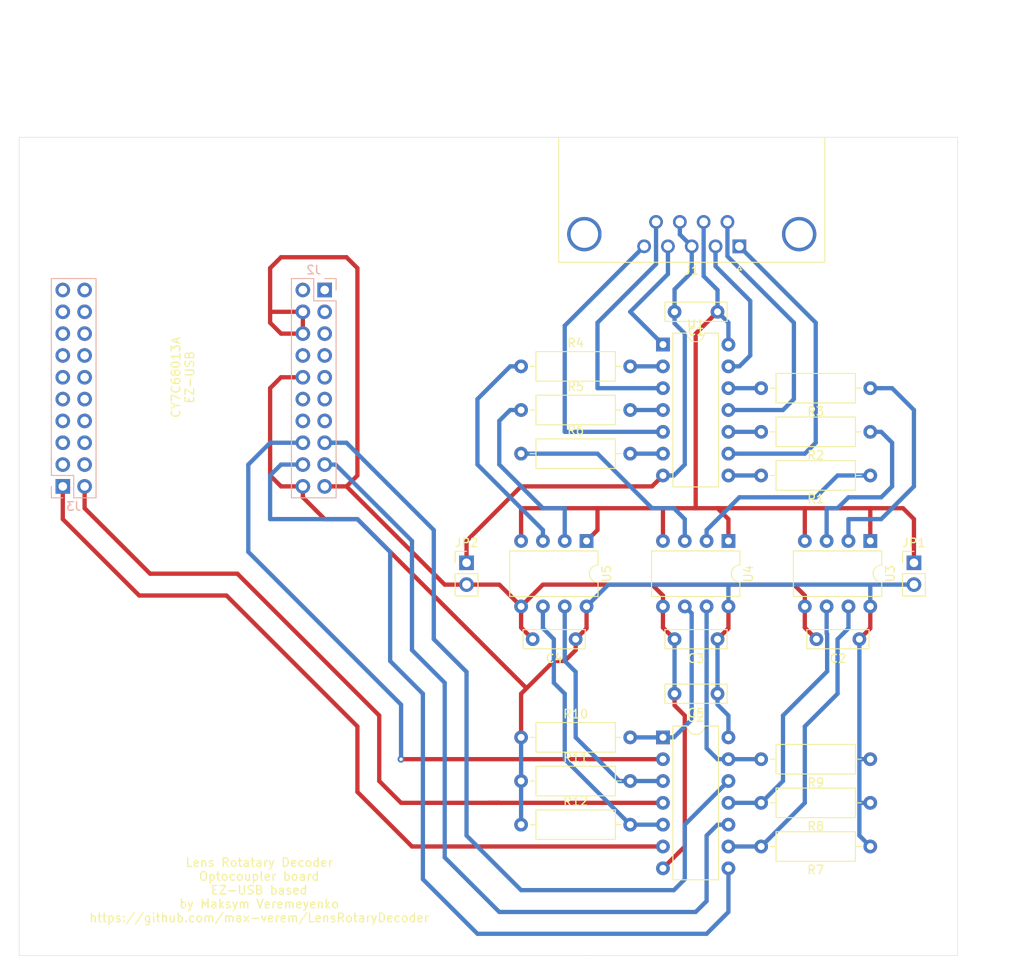
<source format=kicad_pcb>
(kicad_pcb (version 20171130) (host pcbnew "(5.1.12)-1")

  (general
    (thickness 1.6)
    (drawings 14)
    (tracks 272)
    (zones 0)
    (modules 36)
    (nets 65)
  )

  (page A4)
  (layers
    (0 F.Cu signal)
    (31 B.Cu signal)
    (32 B.Adhes user hide)
    (33 F.Adhes user hide)
    (34 B.Paste user hide)
    (35 F.Paste user hide)
    (36 B.SilkS user)
    (37 F.SilkS user)
    (38 B.Mask user)
    (39 F.Mask user)
    (40 Dwgs.User user hide)
    (41 Cmts.User user)
    (42 Eco1.User user hide)
    (43 Eco2.User user hide)
    (44 Edge.Cuts user)
    (45 Margin user)
    (46 B.CrtYd user)
    (47 F.CrtYd user)
    (48 B.Fab user)
    (49 F.Fab user)
  )

  (setup
    (last_trace_width 0.5)
    (user_trace_width 0.5)
    (trace_clearance 0.2)
    (zone_clearance 0.508)
    (zone_45_only no)
    (trace_min 0.2)
    (via_size 0.8)
    (via_drill 0.4)
    (via_min_size 0.4)
    (via_min_drill 0.3)
    (uvia_size 0.3)
    (uvia_drill 0.1)
    (uvias_allowed no)
    (uvia_min_size 0.2)
    (uvia_min_drill 0.1)
    (edge_width 0.05)
    (segment_width 0.2)
    (pcb_text_width 0.3)
    (pcb_text_size 1.5 1.5)
    (mod_edge_width 0.12)
    (mod_text_size 1 1)
    (mod_text_width 0.15)
    (pad_size 1.524 1.524)
    (pad_drill 0.762)
    (pad_to_mask_clearance 0)
    (aux_axis_origin 0 0)
    (visible_elements 7FFFFFFF)
    (pcbplotparams
      (layerselection 0x010f0_ffffffff)
      (usegerberextensions false)
      (usegerberattributes true)
      (usegerberadvancedattributes true)
      (creategerberjobfile true)
      (excludeedgelayer true)
      (linewidth 0.100000)
      (plotframeref false)
      (viasonmask false)
      (mode 1)
      (useauxorigin false)
      (hpglpennumber 1)
      (hpglpenspeed 20)
      (hpglpendiameter 15.000000)
      (psnegative false)
      (psa4output false)
      (plotreference true)
      (plotvalue true)
      (plotinvisibletext false)
      (padsonsilk false)
      (subtractmaskfromsilk false)
      (outputformat 1)
      (mirror false)
      (drillshape 0)
      (scaleselection 1)
      (outputdirectory "decoder1.gerber/"))
  )

  (net 0 "")
  (net 1 "Net-(C1-Pad1)")
  (net 2 "Net-(C1-Pad2)")
  (net 3 /GND)
  (net 4 /VCC)
  (net 5 "Net-(J1-Pad1)")
  (net 6 "Net-(J1-Pad2)")
  (net 7 "Net-(J1-Pad4)")
  (net 8 "Net-(J1-Pad5)")
  (net 9 "Net-(J1-Pad6)")
  (net 10 "Net-(J1-Pad9)")
  (net 11 "Net-(J1-Pad0)")
  (net 12 "Net-(J2-Pad1)")
  (net 13 /PD6)
  (net 14 "Net-(J2-Pad3)")
  (net 15 "Net-(J2-Pad5)")
  (net 16 "Net-(J2-Pad7)")
  (net 17 /RDY0)
  (net 18 "Net-(J2-Pad9)")
  (net 19 "Net-(J2-Pad11)")
  (net 20 /IFCLK)
  (net 21 "Net-(J2-Pad13)")
  (net 22 /SDA)
  (net 23 /PB0)
  (net 24 /PB1)
  (net 25 /PB2)
  (net 26 /PB3)
  (net 27 "Net-(J3-Pad20)")
  (net 28 "Net-(J3-Pad18)")
  (net 29 /PD1)
  (net 30 "Net-(J3-Pad16)")
  (net 31 /PA7)
  (net 32 "Net-(J3-Pad14)")
  (net 33 /PA5)
  (net 34 "Net-(J3-Pad12)")
  (net 35 /PA3)
  (net 36 "Net-(J3-Pad10)")
  (net 37 /PA1)
  (net 38 "Net-(J3-Pad8)")
  (net 39 /CTL2)
  (net 40 "Net-(J3-Pad6)")
  (net 41 /CTL0)
  (net 42 /PB7)
  (net 43 /PB6)
  (net 44 /PB5)
  (net 45 /PB4)
  (net 46 "Net-(R1-Pad1)")
  (net 47 "Net-(R1-Pad2)")
  (net 48 "Net-(R2-Pad2)")
  (net 49 "Net-(R2-Pad1)")
  (net 50 "Net-(R3-Pad1)")
  (net 51 "Net-(R3-Pad2)")
  (net 52 "Net-(R4-Pad2)")
  (net 53 "Net-(R4-Pad1)")
  (net 54 "Net-(R5-Pad1)")
  (net 55 "Net-(R5-Pad2)")
  (net 56 "Net-(R6-Pad2)")
  (net 57 "Net-(R6-Pad1)")
  (net 58 "Net-(R7-Pad2)")
  (net 59 "Net-(R8-Pad2)")
  (net 60 "Net-(R9-Pad2)")
  (net 61 "Net-(R10-Pad2)")
  (net 62 "Net-(R11-Pad2)")
  (net 63 "Net-(R12-Pad2)")
  (net 64 /PD3)

  (net_class Default "This is the default net class."
    (clearance 0.2)
    (trace_width 0.25)
    (via_dia 0.8)
    (via_drill 0.4)
    (uvia_dia 0.3)
    (uvia_drill 0.1)
    (add_net /CTL0)
    (add_net /CTL2)
    (add_net /GND)
    (add_net /IFCLK)
    (add_net /PA1)
    (add_net /PA3)
    (add_net /PA5)
    (add_net /PA7)
    (add_net /PB0)
    (add_net /PB1)
    (add_net /PB2)
    (add_net /PB3)
    (add_net /PB4)
    (add_net /PB5)
    (add_net /PB6)
    (add_net /PB7)
    (add_net /PD1)
    (add_net /PD3)
    (add_net /PD6)
    (add_net /RDY0)
    (add_net /SDA)
    (add_net /VCC)
    (add_net "Net-(C1-Pad1)")
    (add_net "Net-(C1-Pad2)")
    (add_net "Net-(J1-Pad0)")
    (add_net "Net-(J1-Pad1)")
    (add_net "Net-(J1-Pad2)")
    (add_net "Net-(J1-Pad4)")
    (add_net "Net-(J1-Pad5)")
    (add_net "Net-(J1-Pad6)")
    (add_net "Net-(J1-Pad9)")
    (add_net "Net-(J2-Pad1)")
    (add_net "Net-(J2-Pad11)")
    (add_net "Net-(J2-Pad13)")
    (add_net "Net-(J2-Pad3)")
    (add_net "Net-(J2-Pad5)")
    (add_net "Net-(J2-Pad7)")
    (add_net "Net-(J2-Pad9)")
    (add_net "Net-(J3-Pad10)")
    (add_net "Net-(J3-Pad12)")
    (add_net "Net-(J3-Pad14)")
    (add_net "Net-(J3-Pad16)")
    (add_net "Net-(J3-Pad18)")
    (add_net "Net-(J3-Pad20)")
    (add_net "Net-(J3-Pad6)")
    (add_net "Net-(J3-Pad8)")
    (add_net "Net-(R1-Pad1)")
    (add_net "Net-(R1-Pad2)")
    (add_net "Net-(R10-Pad2)")
    (add_net "Net-(R11-Pad2)")
    (add_net "Net-(R12-Pad2)")
    (add_net "Net-(R2-Pad1)")
    (add_net "Net-(R2-Pad2)")
    (add_net "Net-(R3-Pad1)")
    (add_net "Net-(R3-Pad2)")
    (add_net "Net-(R4-Pad1)")
    (add_net "Net-(R4-Pad2)")
    (add_net "Net-(R5-Pad1)")
    (add_net "Net-(R5-Pad2)")
    (add_net "Net-(R6-Pad1)")
    (add_net "Net-(R6-Pad2)")
    (add_net "Net-(R7-Pad2)")
    (add_net "Net-(R8-Pad2)")
    (add_net "Net-(R9-Pad2)")
  )

  (module Connector_PinHeader_2.54mm:PinHeader_2x10_P2.54mm_Vertical (layer B.Cu) (tedit 59FED5CC) (tstamp 61C2D3EA)
    (at 54.61 45.72 180)
    (descr "Through hole straight pin header, 2x10, 2.54mm pitch, double rows")
    (tags "Through hole pin header THT 2x10 2.54mm double row")
    (path /61D7C06D)
    (fp_text reference J2 (at 1.27 2.33) (layer B.SilkS)
      (effects (font (size 1 1) (thickness 0.15)) (justify mirror))
    )
    (fp_text value Conn_02x10_Odd_Even (at 1.27 5.08) (layer B.Fab) hide
      (effects (font (size 1 1) (thickness 0.15)) (justify mirror))
    )
    (fp_text user %R (at 1.27 -24.13 270) (layer B.Fab)
      (effects (font (size 1 1) (thickness 0.15)) (justify mirror))
    )
    (fp_line (start 0 1.27) (end 3.81 1.27) (layer B.Fab) (width 0.1))
    (fp_line (start 3.81 1.27) (end 3.81 -24.13) (layer B.Fab) (width 0.1))
    (fp_line (start 3.81 -24.13) (end -1.27 -24.13) (layer B.Fab) (width 0.1))
    (fp_line (start -1.27 -24.13) (end -1.27 0) (layer B.Fab) (width 0.1))
    (fp_line (start -1.27 0) (end 0 1.27) (layer B.Fab) (width 0.1))
    (fp_line (start -1.33 -24.19) (end 3.87 -24.19) (layer B.SilkS) (width 0.12))
    (fp_line (start -1.33 -1.27) (end -1.33 -24.19) (layer B.SilkS) (width 0.12))
    (fp_line (start 3.87 1.33) (end 3.87 -24.19) (layer B.SilkS) (width 0.12))
    (fp_line (start -1.33 -1.27) (end 1.27 -1.27) (layer B.SilkS) (width 0.12))
    (fp_line (start 1.27 -1.27) (end 1.27 1.33) (layer B.SilkS) (width 0.12))
    (fp_line (start 1.27 1.33) (end 3.87 1.33) (layer B.SilkS) (width 0.12))
    (fp_line (start -1.33 0) (end -1.33 1.33) (layer B.SilkS) (width 0.12))
    (fp_line (start -1.33 1.33) (end 0 1.33) (layer B.SilkS) (width 0.12))
    (fp_line (start -1.8 1.8) (end -1.8 -24.65) (layer B.CrtYd) (width 0.05))
    (fp_line (start -1.8 -24.65) (end 4.35 -24.65) (layer B.CrtYd) (width 0.05))
    (fp_line (start 4.35 -24.65) (end 4.35 1.8) (layer B.CrtYd) (width 0.05))
    (fp_line (start 4.35 1.8) (end -1.8 1.8) (layer B.CrtYd) (width 0.05))
    (pad 20 thru_hole oval (at 2.54 -22.86 180) (size 1.7 1.7) (drill 1) (layers *.Cu *.Mask)
      (net 4 /VCC))
    (pad 19 thru_hole oval (at 0 -22.86 180) (size 1.7 1.7) (drill 1) (layers *.Cu *.Mask)
      (net 3 /GND))
    (pad 18 thru_hole oval (at 2.54 -20.32 180) (size 1.7 1.7) (drill 1) (layers *.Cu *.Mask)
      (net 26 /PB3))
    (pad 17 thru_hole oval (at 0 -20.32 180) (size 1.7 1.7) (drill 1) (layers *.Cu *.Mask)
      (net 25 /PB2))
    (pad 16 thru_hole oval (at 2.54 -17.78 180) (size 1.7 1.7) (drill 1) (layers *.Cu *.Mask)
      (net 24 /PB1))
    (pad 15 thru_hole oval (at 0 -17.78 180) (size 1.7 1.7) (drill 1) (layers *.Cu *.Mask)
      (net 23 /PB0))
    (pad 14 thru_hole oval (at 2.54 -15.24 180) (size 1.7 1.7) (drill 1) (layers *.Cu *.Mask)
      (net 22 /SDA))
    (pad 13 thru_hole oval (at 0 -15.24 180) (size 1.7 1.7) (drill 1) (layers *.Cu *.Mask)
      (net 21 "Net-(J2-Pad13)"))
    (pad 12 thru_hole oval (at 2.54 -12.7 180) (size 1.7 1.7) (drill 1) (layers *.Cu *.Mask)
      (net 20 /IFCLK))
    (pad 11 thru_hole oval (at 0 -12.7 180) (size 1.7 1.7) (drill 1) (layers *.Cu *.Mask)
      (net 19 "Net-(J2-Pad11)"))
    (pad 10 thru_hole oval (at 2.54 -10.16 180) (size 1.7 1.7) (drill 1) (layers *.Cu *.Mask)
      (net 4 /VCC))
    (pad 9 thru_hole oval (at 0 -10.16 180) (size 1.7 1.7) (drill 1) (layers *.Cu *.Mask)
      (net 18 "Net-(J2-Pad9)"))
    (pad 8 thru_hole oval (at 2.54 -7.62 180) (size 1.7 1.7) (drill 1) (layers *.Cu *.Mask)
      (net 17 /RDY0))
    (pad 7 thru_hole oval (at 0 -7.62 180) (size 1.7 1.7) (drill 1) (layers *.Cu *.Mask)
      (net 16 "Net-(J2-Pad7)"))
    (pad 6 thru_hole oval (at 2.54 -5.08 180) (size 1.7 1.7) (drill 1) (layers *.Cu *.Mask)
      (net 3 /GND))
    (pad 5 thru_hole oval (at 0 -5.08 180) (size 1.7 1.7) (drill 1) (layers *.Cu *.Mask)
      (net 15 "Net-(J2-Pad5)"))
    (pad 4 thru_hole oval (at 2.54 -2.54 180) (size 1.7 1.7) (drill 1) (layers *.Cu *.Mask)
      (net 3 /GND))
    (pad 3 thru_hole oval (at 0 -2.54 180) (size 1.7 1.7) (drill 1) (layers *.Cu *.Mask)
      (net 14 "Net-(J2-Pad3)"))
    (pad 2 thru_hole oval (at 2.54 0 180) (size 1.7 1.7) (drill 1) (layers *.Cu *.Mask)
      (net 13 /PD6))
    (pad 1 thru_hole rect (at 0 0 180) (size 1.7 1.7) (drill 1) (layers *.Cu *.Mask)
      (net 12 "Net-(J2-Pad1)"))
    (model ${KISYS3DMOD}/Connector_PinHeader_2.54mm.3dshapes/PinHeader_2x10_P2.54mm_Vertical.wrl
      (at (xyz 0 0 0))
      (scale (xyz 1 1 1))
      (rotate (xyz 0 0 0))
    )
  )

  (module Connector_PinHeader_2.54mm:PinHeader_2x10_P2.54mm_Vertical (layer B.Cu) (tedit 59FED5CC) (tstamp 61C2D428)
    (at 24.13 68.58)
    (descr "Through hole straight pin header, 2x10, 2.54mm pitch, double rows")
    (tags "Through hole pin header THT 2x10 2.54mm double row")
    (path /61D7EDE4)
    (fp_text reference J3 (at 1.27 2.33) (layer B.SilkS)
      (effects (font (size 1 1) (thickness 0.15)) (justify mirror))
    )
    (fp_text value Conn_02x10_Odd_Even (at 1.27 -50.59) (layer B.Fab)
      (effects (font (size 1 1) (thickness 0.15)) (justify mirror))
    )
    (fp_text user %R (at 1.27 -24.13 -90) (layer B.Fab)
      (effects (font (size 1 1) (thickness 0.15)) (justify mirror))
    )
    (fp_line (start 0 1.27) (end 3.81 1.27) (layer B.Fab) (width 0.1))
    (fp_line (start 3.81 1.27) (end 3.81 -24.13) (layer B.Fab) (width 0.1))
    (fp_line (start 3.81 -24.13) (end -1.27 -24.13) (layer B.Fab) (width 0.1))
    (fp_line (start -1.27 -24.13) (end -1.27 0) (layer B.Fab) (width 0.1))
    (fp_line (start -1.27 0) (end 0 1.27) (layer B.Fab) (width 0.1))
    (fp_line (start -1.33 -24.19) (end 3.87 -24.19) (layer B.SilkS) (width 0.12))
    (fp_line (start -1.33 -1.27) (end -1.33 -24.19) (layer B.SilkS) (width 0.12))
    (fp_line (start 3.87 1.33) (end 3.87 -24.19) (layer B.SilkS) (width 0.12))
    (fp_line (start -1.33 -1.27) (end 1.27 -1.27) (layer B.SilkS) (width 0.12))
    (fp_line (start 1.27 -1.27) (end 1.27 1.33) (layer B.SilkS) (width 0.12))
    (fp_line (start 1.27 1.33) (end 3.87 1.33) (layer B.SilkS) (width 0.12))
    (fp_line (start -1.33 0) (end -1.33 1.33) (layer B.SilkS) (width 0.12))
    (fp_line (start -1.33 1.33) (end 0 1.33) (layer B.SilkS) (width 0.12))
    (fp_line (start -1.8 1.8) (end -1.8 -24.65) (layer B.CrtYd) (width 0.05))
    (fp_line (start -1.8 -24.65) (end 4.35 -24.65) (layer B.CrtYd) (width 0.05))
    (fp_line (start 4.35 -24.65) (end 4.35 1.8) (layer B.CrtYd) (width 0.05))
    (fp_line (start 4.35 1.8) (end -1.8 1.8) (layer B.CrtYd) (width 0.05))
    (pad 20 thru_hole oval (at 2.54 -22.86) (size 1.7 1.7) (drill 1) (layers *.Cu *.Mask)
      (net 27 "Net-(J3-Pad20)"))
    (pad 19 thru_hole oval (at 0 -22.86) (size 1.7 1.7) (drill 1) (layers *.Cu *.Mask)
      (net 64 /PD3))
    (pad 18 thru_hole oval (at 2.54 -20.32) (size 1.7 1.7) (drill 1) (layers *.Cu *.Mask)
      (net 28 "Net-(J3-Pad18)"))
    (pad 17 thru_hole oval (at 0 -20.32) (size 1.7 1.7) (drill 1) (layers *.Cu *.Mask)
      (net 29 /PD1))
    (pad 16 thru_hole oval (at 2.54 -17.78) (size 1.7 1.7) (drill 1) (layers *.Cu *.Mask)
      (net 30 "Net-(J3-Pad16)"))
    (pad 15 thru_hole oval (at 0 -17.78) (size 1.7 1.7) (drill 1) (layers *.Cu *.Mask)
      (net 31 /PA7))
    (pad 14 thru_hole oval (at 2.54 -15.24) (size 1.7 1.7) (drill 1) (layers *.Cu *.Mask)
      (net 32 "Net-(J3-Pad14)"))
    (pad 13 thru_hole oval (at 0 -15.24) (size 1.7 1.7) (drill 1) (layers *.Cu *.Mask)
      (net 33 /PA5))
    (pad 12 thru_hole oval (at 2.54 -12.7) (size 1.7 1.7) (drill 1) (layers *.Cu *.Mask)
      (net 34 "Net-(J3-Pad12)"))
    (pad 11 thru_hole oval (at 0 -12.7) (size 1.7 1.7) (drill 1) (layers *.Cu *.Mask)
      (net 35 /PA3))
    (pad 10 thru_hole oval (at 2.54 -10.16) (size 1.7 1.7) (drill 1) (layers *.Cu *.Mask)
      (net 36 "Net-(J3-Pad10)"))
    (pad 9 thru_hole oval (at 0 -10.16) (size 1.7 1.7) (drill 1) (layers *.Cu *.Mask)
      (net 37 /PA1))
    (pad 8 thru_hole oval (at 2.54 -7.62) (size 1.7 1.7) (drill 1) (layers *.Cu *.Mask)
      (net 38 "Net-(J3-Pad8)"))
    (pad 7 thru_hole oval (at 0 -7.62) (size 1.7 1.7) (drill 1) (layers *.Cu *.Mask)
      (net 39 /CTL2))
    (pad 6 thru_hole oval (at 2.54 -5.08) (size 1.7 1.7) (drill 1) (layers *.Cu *.Mask)
      (net 40 "Net-(J3-Pad6)"))
    (pad 5 thru_hole oval (at 0 -5.08) (size 1.7 1.7) (drill 1) (layers *.Cu *.Mask)
      (net 41 /CTL0))
    (pad 4 thru_hole oval (at 2.54 -2.54) (size 1.7 1.7) (drill 1) (layers *.Cu *.Mask)
      (net 42 /PB7))
    (pad 3 thru_hole oval (at 0 -2.54) (size 1.7 1.7) (drill 1) (layers *.Cu *.Mask)
      (net 43 /PB6))
    (pad 2 thru_hole oval (at 2.54 0) (size 1.7 1.7) (drill 1) (layers *.Cu *.Mask)
      (net 44 /PB5))
    (pad 1 thru_hole rect (at 0 0) (size 1.7 1.7) (drill 1) (layers *.Cu *.Mask)
      (net 45 /PB4))
    (model ${KISYS3DMOD}/Connector_PinHeader_2.54mm.3dshapes/PinHeader_2x10_P2.54mm_Vertical.wrl
      (at (xyz 0 0 0))
      (scale (xyz 1 1 1))
      (rotate (xyz 0 0 0))
    )
  )

  (module Capacitor_THT:C_Rect_L7.0mm_W2.0mm_P5.00mm (layer F.Cu) (tedit 5AE50EF0) (tstamp 61C2DF04)
    (at 100.33 48.26 180)
    (descr "C, Rect series, Radial, pin pitch=5.00mm, , length*width=7*2mm^2, Capacitor")
    (tags "C Rect series Radial pin pitch 5.00mm  length 7mm width 2mm Capacitor")
    (path /61C2AF26)
    (fp_text reference C1 (at 2.5 -2.25) (layer F.SilkS)
      (effects (font (size 1 1) (thickness 0.15)))
    )
    (fp_text value 100nF (at 2.5 2.25) (layer F.Fab)
      (effects (font (size 1 1) (thickness 0.15)))
    )
    (fp_line (start 6.25 -1.25) (end -1.25 -1.25) (layer F.CrtYd) (width 0.05))
    (fp_line (start 6.25 1.25) (end 6.25 -1.25) (layer F.CrtYd) (width 0.05))
    (fp_line (start -1.25 1.25) (end 6.25 1.25) (layer F.CrtYd) (width 0.05))
    (fp_line (start -1.25 -1.25) (end -1.25 1.25) (layer F.CrtYd) (width 0.05))
    (fp_line (start 6.12 -1.12) (end 6.12 1.12) (layer F.SilkS) (width 0.12))
    (fp_line (start -1.12 -1.12) (end -1.12 1.12) (layer F.SilkS) (width 0.12))
    (fp_line (start -1.12 1.12) (end 6.12 1.12) (layer F.SilkS) (width 0.12))
    (fp_line (start -1.12 -1.12) (end 6.12 -1.12) (layer F.SilkS) (width 0.12))
    (fp_line (start 6 -1) (end -1 -1) (layer F.Fab) (width 0.1))
    (fp_line (start 6 1) (end 6 -1) (layer F.Fab) (width 0.1))
    (fp_line (start -1 1) (end 6 1) (layer F.Fab) (width 0.1))
    (fp_line (start -1 -1) (end -1 1) (layer F.Fab) (width 0.1))
    (fp_text user %R (at 2.5 0) (layer F.Fab)
      (effects (font (size 1 1) (thickness 0.15)))
    )
    (pad 1 thru_hole circle (at 0 0 180) (size 1.6 1.6) (drill 0.8) (layers *.Cu *.Mask)
      (net 1 "Net-(C1-Pad1)"))
    (pad 2 thru_hole circle (at 5 0 180) (size 1.6 1.6) (drill 0.8) (layers *.Cu *.Mask)
      (net 2 "Net-(C1-Pad2)"))
    (model ${KISYS3DMOD}/Capacitor_THT.3dshapes/C_Rect_L7.0mm_W2.0mm_P5.00mm.wrl
      (at (xyz 0 0 0))
      (scale (xyz 1 1 1))
      (rotate (xyz 0 0 0))
    )
  )

  (module Capacitor_THT:C_Rect_L7.0mm_W2.0mm_P5.00mm (layer F.Cu) (tedit 5AE50EF0) (tstamp 61C2E6EC)
    (at 116.84 86.36 180)
    (descr "C, Rect series, Radial, pin pitch=5.00mm, , length*width=7*2mm^2, Capacitor")
    (tags "C Rect series Radial pin pitch 5.00mm  length 7mm width 2mm Capacitor")
    (path /61CDEC1B)
    (fp_text reference C2 (at 2.5 -2.25) (layer F.SilkS)
      (effects (font (size 1 1) (thickness 0.15)))
    )
    (fp_text value 100nF (at 2.5 2.25) (layer F.Fab)
      (effects (font (size 1 1) (thickness 0.15)))
    )
    (fp_text user %R (at 2.5 0) (layer F.Fab)
      (effects (font (size 1 1) (thickness 0.15)))
    )
    (fp_line (start -1 -1) (end -1 1) (layer F.Fab) (width 0.1))
    (fp_line (start -1 1) (end 6 1) (layer F.Fab) (width 0.1))
    (fp_line (start 6 1) (end 6 -1) (layer F.Fab) (width 0.1))
    (fp_line (start 6 -1) (end -1 -1) (layer F.Fab) (width 0.1))
    (fp_line (start -1.12 -1.12) (end 6.12 -1.12) (layer F.SilkS) (width 0.12))
    (fp_line (start -1.12 1.12) (end 6.12 1.12) (layer F.SilkS) (width 0.12))
    (fp_line (start -1.12 -1.12) (end -1.12 1.12) (layer F.SilkS) (width 0.12))
    (fp_line (start 6.12 -1.12) (end 6.12 1.12) (layer F.SilkS) (width 0.12))
    (fp_line (start -1.25 -1.25) (end -1.25 1.25) (layer F.CrtYd) (width 0.05))
    (fp_line (start -1.25 1.25) (end 6.25 1.25) (layer F.CrtYd) (width 0.05))
    (fp_line (start 6.25 1.25) (end 6.25 -1.25) (layer F.CrtYd) (width 0.05))
    (fp_line (start 6.25 -1.25) (end -1.25 -1.25) (layer F.CrtYd) (width 0.05))
    (pad 2 thru_hole circle (at 5 0 180) (size 1.6 1.6) (drill 0.8) (layers *.Cu *.Mask)
      (net 3 /GND))
    (pad 1 thru_hole circle (at 0 0 180) (size 1.6 1.6) (drill 0.8) (layers *.Cu *.Mask)
      (net 4 /VCC))
    (model ${KISYS3DMOD}/Capacitor_THT.3dshapes/C_Rect_L7.0mm_W2.0mm_P5.00mm.wrl
      (at (xyz 0 0 0))
      (scale (xyz 1 1 1))
      (rotate (xyz 0 0 0))
    )
  )

  (module Capacitor_THT:C_Rect_L7.0mm_W2.0mm_P5.00mm (layer F.Cu) (tedit 5AE50EF0) (tstamp 61C2D352)
    (at 100.33 86.36 180)
    (descr "C, Rect series, Radial, pin pitch=5.00mm, , length*width=7*2mm^2, Capacitor")
    (tags "C Rect series Radial pin pitch 5.00mm  length 7mm width 2mm Capacitor")
    (path /61CF4E07)
    (fp_text reference C3 (at 2.5 -2.25) (layer F.SilkS)
      (effects (font (size 1 1) (thickness 0.15)))
    )
    (fp_text value 100nF (at 2.5 2.25) (layer F.Fab)
      (effects (font (size 1 1) (thickness 0.15)))
    )
    (fp_line (start 6.25 -1.25) (end -1.25 -1.25) (layer F.CrtYd) (width 0.05))
    (fp_line (start 6.25 1.25) (end 6.25 -1.25) (layer F.CrtYd) (width 0.05))
    (fp_line (start -1.25 1.25) (end 6.25 1.25) (layer F.CrtYd) (width 0.05))
    (fp_line (start -1.25 -1.25) (end -1.25 1.25) (layer F.CrtYd) (width 0.05))
    (fp_line (start 6.12 -1.12) (end 6.12 1.12) (layer F.SilkS) (width 0.12))
    (fp_line (start -1.12 -1.12) (end -1.12 1.12) (layer F.SilkS) (width 0.12))
    (fp_line (start -1.12 1.12) (end 6.12 1.12) (layer F.SilkS) (width 0.12))
    (fp_line (start -1.12 -1.12) (end 6.12 -1.12) (layer F.SilkS) (width 0.12))
    (fp_line (start 6 -1) (end -1 -1) (layer F.Fab) (width 0.1))
    (fp_line (start 6 1) (end 6 -1) (layer F.Fab) (width 0.1))
    (fp_line (start -1 1) (end 6 1) (layer F.Fab) (width 0.1))
    (fp_line (start -1 -1) (end -1 1) (layer F.Fab) (width 0.1))
    (fp_text user %R (at 2.5 0) (layer F.Fab)
      (effects (font (size 1 1) (thickness 0.15)))
    )
    (pad 1 thru_hole circle (at 0 0 180) (size 1.6 1.6) (drill 0.8) (layers *.Cu *.Mask)
      (net 4 /VCC))
    (pad 2 thru_hole circle (at 5 0 180) (size 1.6 1.6) (drill 0.8) (layers *.Cu *.Mask)
      (net 3 /GND))
    (model ${KISYS3DMOD}/Capacitor_THT.3dshapes/C_Rect_L7.0mm_W2.0mm_P5.00mm.wrl
      (at (xyz 0 0 0))
      (scale (xyz 1 1 1))
      (rotate (xyz 0 0 0))
    )
  )

  (module Capacitor_THT:C_Rect_L7.0mm_W2.0mm_P5.00mm (layer F.Cu) (tedit 5AE50EF0) (tstamp 61C2F2ED)
    (at 83.82 86.36 180)
    (descr "C, Rect series, Radial, pin pitch=5.00mm, , length*width=7*2mm^2, Capacitor")
    (tags "C Rect series Radial pin pitch 5.00mm  length 7mm width 2mm Capacitor")
    (path /61CF64A8)
    (fp_text reference C4 (at 2.5 -2.25) (layer F.SilkS)
      (effects (font (size 1 1) (thickness 0.15)))
    )
    (fp_text value 100nF (at 2.5 2.25) (layer F.Fab)
      (effects (font (size 1 1) (thickness 0.15)))
    )
    (fp_text user %R (at 2.5 0) (layer F.Fab)
      (effects (font (size 1 1) (thickness 0.15)))
    )
    (fp_line (start -1 -1) (end -1 1) (layer F.Fab) (width 0.1))
    (fp_line (start -1 1) (end 6 1) (layer F.Fab) (width 0.1))
    (fp_line (start 6 1) (end 6 -1) (layer F.Fab) (width 0.1))
    (fp_line (start 6 -1) (end -1 -1) (layer F.Fab) (width 0.1))
    (fp_line (start -1.12 -1.12) (end 6.12 -1.12) (layer F.SilkS) (width 0.12))
    (fp_line (start -1.12 1.12) (end 6.12 1.12) (layer F.SilkS) (width 0.12))
    (fp_line (start -1.12 -1.12) (end -1.12 1.12) (layer F.SilkS) (width 0.12))
    (fp_line (start 6.12 -1.12) (end 6.12 1.12) (layer F.SilkS) (width 0.12))
    (fp_line (start -1.25 -1.25) (end -1.25 1.25) (layer F.CrtYd) (width 0.05))
    (fp_line (start -1.25 1.25) (end 6.25 1.25) (layer F.CrtYd) (width 0.05))
    (fp_line (start 6.25 1.25) (end 6.25 -1.25) (layer F.CrtYd) (width 0.05))
    (fp_line (start 6.25 -1.25) (end -1.25 -1.25) (layer F.CrtYd) (width 0.05))
    (pad 2 thru_hole circle (at 5 0 180) (size 1.6 1.6) (drill 0.8) (layers *.Cu *.Mask)
      (net 3 /GND))
    (pad 1 thru_hole circle (at 0 0 180) (size 1.6 1.6) (drill 0.8) (layers *.Cu *.Mask)
      (net 4 /VCC))
    (model ${KISYS3DMOD}/Capacitor_THT.3dshapes/C_Rect_L7.0mm_W2.0mm_P5.00mm.wrl
      (at (xyz 0 0 0))
      (scale (xyz 1 1 1))
      (rotate (xyz 0 0 0))
    )
  )

  (module Capacitor_THT:C_Rect_L7.0mm_W2.0mm_P5.00mm (layer F.Cu) (tedit 5AE50EF0) (tstamp 61C2D378)
    (at 100.33 92.71 180)
    (descr "C, Rect series, Radial, pin pitch=5.00mm, , length*width=7*2mm^2, Capacitor")
    (tags "C Rect series Radial pin pitch 5.00mm  length 7mm width 2mm Capacitor")
    (path /61CF72A6)
    (fp_text reference C5 (at 2.5 -2.25) (layer F.SilkS)
      (effects (font (size 1 1) (thickness 0.15)))
    )
    (fp_text value 100nF (at 2.5 2.25) (layer F.Fab)
      (effects (font (size 1 1) (thickness 0.15)))
    )
    (fp_line (start 6.25 -1.25) (end -1.25 -1.25) (layer F.CrtYd) (width 0.05))
    (fp_line (start 6.25 1.25) (end 6.25 -1.25) (layer F.CrtYd) (width 0.05))
    (fp_line (start -1.25 1.25) (end 6.25 1.25) (layer F.CrtYd) (width 0.05))
    (fp_line (start -1.25 -1.25) (end -1.25 1.25) (layer F.CrtYd) (width 0.05))
    (fp_line (start 6.12 -1.12) (end 6.12 1.12) (layer F.SilkS) (width 0.12))
    (fp_line (start -1.12 -1.12) (end -1.12 1.12) (layer F.SilkS) (width 0.12))
    (fp_line (start -1.12 1.12) (end 6.12 1.12) (layer F.SilkS) (width 0.12))
    (fp_line (start -1.12 -1.12) (end 6.12 -1.12) (layer F.SilkS) (width 0.12))
    (fp_line (start 6 -1) (end -1 -1) (layer F.Fab) (width 0.1))
    (fp_line (start 6 1) (end 6 -1) (layer F.Fab) (width 0.1))
    (fp_line (start -1 1) (end 6 1) (layer F.Fab) (width 0.1))
    (fp_line (start -1 -1) (end -1 1) (layer F.Fab) (width 0.1))
    (fp_text user %R (at 2.5 0) (layer F.Fab)
      (effects (font (size 1 1) (thickness 0.15)))
    )
    (pad 1 thru_hole circle (at 0 0 180) (size 1.6 1.6) (drill 0.8) (layers *.Cu *.Mask)
      (net 4 /VCC))
    (pad 2 thru_hole circle (at 5 0 180) (size 1.6 1.6) (drill 0.8) (layers *.Cu *.Mask)
      (net 3 /GND))
    (model ${KISYS3DMOD}/Capacitor_THT.3dshapes/C_Rect_L7.0mm_W2.0mm_P5.00mm.wrl
      (at (xyz 0 0 0))
      (scale (xyz 1 1 1))
      (rotate (xyz 0 0 0))
    )
  )

  (module Connector_Dsub:DSUB-9_Male_Horizontal_P2.77x2.84mm_EdgePinOffset9.90mm_Housed_MountingHolesOffset11.32mm (layer F.Cu) (tedit 59FEDEE2) (tstamp 61C2D3AC)
    (at 102.87 40.64 180)
    (descr "9-pin D-Sub connector, horizontal/angled (90 deg), THT-mount, male, pitch 2.77x2.84mm, pin-PCB-offset 9.9mm, distance of mounting holes 25mm, distance of mounting holes to PCB edge 11.32mm, see https://disti-assets.s3.amazonaws.com/tonar/files/datasheets/16730.pdf")
    (tags "9-pin D-Sub connector horizontal angled 90deg THT male pitch 2.77x2.84mm pin-PCB-offset 9.9mm mounting-holes-distance 25mm mounting-hole-offset 25mm")
    (path /61C1E82F)
    (fp_text reference J1 (at 5.54 -2.8) (layer F.SilkS)
      (effects (font (size 1 1) (thickness 0.15)))
    )
    (fp_text value DB9_Male_MountingHoles (at 5.54 20.64) (layer F.Fab)
      (effects (font (size 1 1) (thickness 0.15)))
    )
    (fp_line (start 21.5 -2.35) (end -10.4 -2.35) (layer F.CrtYd) (width 0.05))
    (fp_line (start 21.5 19.65) (end 21.5 -2.35) (layer F.CrtYd) (width 0.05))
    (fp_line (start -10.4 19.65) (end 21.5 19.65) (layer F.CrtYd) (width 0.05))
    (fp_line (start -10.4 -2.35) (end -10.4 19.65) (layer F.CrtYd) (width 0.05))
    (fp_line (start 0 -2.321325) (end -0.25 -2.754338) (layer F.SilkS) (width 0.12))
    (fp_line (start 0.25 -2.754338) (end 0 -2.321325) (layer F.SilkS) (width 0.12))
    (fp_line (start -0.25 -2.754338) (end 0.25 -2.754338) (layer F.SilkS) (width 0.12))
    (fp_line (start 21.025 -1.86) (end 21.025 12.68) (layer F.SilkS) (width 0.12))
    (fp_line (start -9.945 -1.86) (end 21.025 -1.86) (layer F.SilkS) (width 0.12))
    (fp_line (start -9.945 12.68) (end -9.945 -1.86) (layer F.SilkS) (width 0.12))
    (fp_line (start 19.64 12.74) (end 19.64 1.42) (layer F.Fab) (width 0.1))
    (fp_line (start 16.44 12.74) (end 16.44 1.42) (layer F.Fab) (width 0.1))
    (fp_line (start -5.36 12.74) (end -5.36 1.42) (layer F.Fab) (width 0.1))
    (fp_line (start -8.56 12.74) (end -8.56 1.42) (layer F.Fab) (width 0.1))
    (fp_line (start 20.54 13.14) (end 15.54 13.14) (layer F.Fab) (width 0.1))
    (fp_line (start 20.54 18.14) (end 20.54 13.14) (layer F.Fab) (width 0.1))
    (fp_line (start 15.54 18.14) (end 20.54 18.14) (layer F.Fab) (width 0.1))
    (fp_line (start 15.54 13.14) (end 15.54 18.14) (layer F.Fab) (width 0.1))
    (fp_line (start -4.46 13.14) (end -9.46 13.14) (layer F.Fab) (width 0.1))
    (fp_line (start -4.46 18.14) (end -4.46 13.14) (layer F.Fab) (width 0.1))
    (fp_line (start -9.46 18.14) (end -4.46 18.14) (layer F.Fab) (width 0.1))
    (fp_line (start -9.46 13.14) (end -9.46 18.14) (layer F.Fab) (width 0.1))
    (fp_line (start 13.69 13.14) (end -2.61 13.14) (layer F.Fab) (width 0.1))
    (fp_line (start 13.69 19.14) (end 13.69 13.14) (layer F.Fab) (width 0.1))
    (fp_line (start -2.61 19.14) (end 13.69 19.14) (layer F.Fab) (width 0.1))
    (fp_line (start -2.61 13.14) (end -2.61 19.14) (layer F.Fab) (width 0.1))
    (fp_line (start 20.965 12.74) (end -9.885 12.74) (layer F.Fab) (width 0.1))
    (fp_line (start 20.965 13.14) (end 20.965 12.74) (layer F.Fab) (width 0.1))
    (fp_line (start -9.885 13.14) (end 20.965 13.14) (layer F.Fab) (width 0.1))
    (fp_line (start -9.885 12.74) (end -9.885 13.14) (layer F.Fab) (width 0.1))
    (fp_line (start 20.965 -1.8) (end -9.885 -1.8) (layer F.Fab) (width 0.1))
    (fp_line (start 20.965 12.74) (end 20.965 -1.8) (layer F.Fab) (width 0.1))
    (fp_line (start -9.885 12.74) (end 20.965 12.74) (layer F.Fab) (width 0.1))
    (fp_line (start -9.885 -1.8) (end -9.885 12.74) (layer F.Fab) (width 0.1))
    (fp_arc (start -6.96 1.42) (end -8.56 1.42) (angle 180) (layer F.Fab) (width 0.1))
    (fp_arc (start 18.04 1.42) (end 16.44 1.42) (angle 180) (layer F.Fab) (width 0.1))
    (fp_text user %R (at 5.54 16.14) (layer F.Fab)
      (effects (font (size 1 1) (thickness 0.15)))
    )
    (pad 1 thru_hole rect (at 0 0 180) (size 1.6 1.6) (drill 1) (layers *.Cu *.Mask)
      (net 5 "Net-(J1-Pad1)"))
    (pad 2 thru_hole circle (at 2.77 0 180) (size 1.6 1.6) (drill 1) (layers *.Cu *.Mask)
      (net 6 "Net-(J1-Pad2)"))
    (pad 3 thru_hole circle (at 5.54 0 180) (size 1.6 1.6) (drill 1) (layers *.Cu *.Mask)
      (net 2 "Net-(C1-Pad2)"))
    (pad 4 thru_hole circle (at 8.31 0 180) (size 1.6 1.6) (drill 1) (layers *.Cu *.Mask)
      (net 7 "Net-(J1-Pad4)"))
    (pad 5 thru_hole circle (at 11.08 0 180) (size 1.6 1.6) (drill 1) (layers *.Cu *.Mask)
      (net 8 "Net-(J1-Pad5)"))
    (pad 6 thru_hole circle (at 1.385 2.84 180) (size 1.6 1.6) (drill 1) (layers *.Cu *.Mask)
      (net 9 "Net-(J1-Pad6)"))
    (pad 7 thru_hole circle (at 4.155 2.84 180) (size 1.6 1.6) (drill 1) (layers *.Cu *.Mask)
      (net 1 "Net-(C1-Pad1)"))
    (pad 8 thru_hole circle (at 6.925 2.84 180) (size 1.6 1.6) (drill 1) (layers *.Cu *.Mask)
      (net 2 "Net-(C1-Pad2)"))
    (pad 9 thru_hole circle (at 9.695 2.84 180) (size 1.6 1.6) (drill 1) (layers *.Cu *.Mask)
      (net 10 "Net-(J1-Pad9)"))
    (pad 0 thru_hole circle (at -6.96 1.42 180) (size 4 4) (drill 3.2) (layers *.Cu *.Mask)
      (net 11 "Net-(J1-Pad0)"))
    (pad 0 thru_hole circle (at 18.04 1.42 180) (size 4 4) (drill 3.2) (layers *.Cu *.Mask)
      (net 11 "Net-(J1-Pad0)"))
    (model ${KISYS3DMOD}/Connector_Dsub.3dshapes/DSUB-9_Male_Horizontal_P2.77x2.84mm_EdgePinOffset9.90mm_Housed_MountingHolesOffset11.32mm.wrl
      (at (xyz 0 0 0))
      (scale (xyz 1 1 1))
      (rotate (xyz 0 0 0))
    )
  )

  (module Connector_PinHeader_2.54mm:PinHeader_1x02_P2.54mm_Vertical (layer F.Cu) (tedit 59FED5CC) (tstamp 61C2D43E)
    (at 123.19 77.47)
    (descr "Through hole straight pin header, 1x02, 2.54mm pitch, single row")
    (tags "Through hole pin header THT 1x02 2.54mm single row")
    (path /61E62007)
    (fp_text reference JP1 (at 0 -2.33) (layer F.SilkS)
      (effects (font (size 1 1) (thickness 0.15)))
    )
    (fp_text value Jumper_2_Open (at 0 4.87) (layer F.Fab)
      (effects (font (size 1 1) (thickness 0.15)))
    )
    (fp_text user %R (at 0 1.27 90) (layer F.Fab)
      (effects (font (size 1 1) (thickness 0.15)))
    )
    (fp_line (start -0.635 -1.27) (end 1.27 -1.27) (layer F.Fab) (width 0.1))
    (fp_line (start 1.27 -1.27) (end 1.27 3.81) (layer F.Fab) (width 0.1))
    (fp_line (start 1.27 3.81) (end -1.27 3.81) (layer F.Fab) (width 0.1))
    (fp_line (start -1.27 3.81) (end -1.27 -0.635) (layer F.Fab) (width 0.1))
    (fp_line (start -1.27 -0.635) (end -0.635 -1.27) (layer F.Fab) (width 0.1))
    (fp_line (start -1.33 3.87) (end 1.33 3.87) (layer F.SilkS) (width 0.12))
    (fp_line (start -1.33 1.27) (end -1.33 3.87) (layer F.SilkS) (width 0.12))
    (fp_line (start 1.33 1.27) (end 1.33 3.87) (layer F.SilkS) (width 0.12))
    (fp_line (start -1.33 1.27) (end 1.33 1.27) (layer F.SilkS) (width 0.12))
    (fp_line (start -1.33 0) (end -1.33 -1.33) (layer F.SilkS) (width 0.12))
    (fp_line (start -1.33 -1.33) (end 0 -1.33) (layer F.SilkS) (width 0.12))
    (fp_line (start -1.8 -1.8) (end -1.8 4.35) (layer F.CrtYd) (width 0.05))
    (fp_line (start -1.8 4.35) (end 1.8 4.35) (layer F.CrtYd) (width 0.05))
    (fp_line (start 1.8 4.35) (end 1.8 -1.8) (layer F.CrtYd) (width 0.05))
    (fp_line (start 1.8 -1.8) (end -1.8 -1.8) (layer F.CrtYd) (width 0.05))
    (pad 2 thru_hole oval (at 0 2.54) (size 1.7 1.7) (drill 1) (layers *.Cu *.Mask)
      (net 4 /VCC))
    (pad 1 thru_hole rect (at 0 0) (size 1.7 1.7) (drill 1) (layers *.Cu *.Mask)
      (net 1 "Net-(C1-Pad1)"))
    (model ${KISYS3DMOD}/Connector_PinHeader_2.54mm.3dshapes/PinHeader_1x02_P2.54mm_Vertical.wrl
      (at (xyz 0 0 0))
      (scale (xyz 1 1 1))
      (rotate (xyz 0 0 0))
    )
  )

  (module Connector_PinHeader_2.54mm:PinHeader_1x02_P2.54mm_Vertical (layer F.Cu) (tedit 59FED5CC) (tstamp 61C2D454)
    (at 71.12 77.47)
    (descr "Through hole straight pin header, 1x02, 2.54mm pitch, single row")
    (tags "Through hole pin header THT 1x02 2.54mm single row")
    (path /61E61CF1)
    (fp_text reference JP2 (at 0 -2.33) (layer F.SilkS)
      (effects (font (size 1 1) (thickness 0.15)))
    )
    (fp_text value Jumper_2_Open (at 0 4.87) (layer F.Fab)
      (effects (font (size 1 1) (thickness 0.15)))
    )
    (fp_line (start 1.8 -1.8) (end -1.8 -1.8) (layer F.CrtYd) (width 0.05))
    (fp_line (start 1.8 4.35) (end 1.8 -1.8) (layer F.CrtYd) (width 0.05))
    (fp_line (start -1.8 4.35) (end 1.8 4.35) (layer F.CrtYd) (width 0.05))
    (fp_line (start -1.8 -1.8) (end -1.8 4.35) (layer F.CrtYd) (width 0.05))
    (fp_line (start -1.33 -1.33) (end 0 -1.33) (layer F.SilkS) (width 0.12))
    (fp_line (start -1.33 0) (end -1.33 -1.33) (layer F.SilkS) (width 0.12))
    (fp_line (start -1.33 1.27) (end 1.33 1.27) (layer F.SilkS) (width 0.12))
    (fp_line (start 1.33 1.27) (end 1.33 3.87) (layer F.SilkS) (width 0.12))
    (fp_line (start -1.33 1.27) (end -1.33 3.87) (layer F.SilkS) (width 0.12))
    (fp_line (start -1.33 3.87) (end 1.33 3.87) (layer F.SilkS) (width 0.12))
    (fp_line (start -1.27 -0.635) (end -0.635 -1.27) (layer F.Fab) (width 0.1))
    (fp_line (start -1.27 3.81) (end -1.27 -0.635) (layer F.Fab) (width 0.1))
    (fp_line (start 1.27 3.81) (end -1.27 3.81) (layer F.Fab) (width 0.1))
    (fp_line (start 1.27 -1.27) (end 1.27 3.81) (layer F.Fab) (width 0.1))
    (fp_line (start -0.635 -1.27) (end 1.27 -1.27) (layer F.Fab) (width 0.1))
    (fp_text user %R (at 0 1.27 90) (layer F.Fab)
      (effects (font (size 1 1) (thickness 0.15)))
    )
    (pad 1 thru_hole rect (at 0 0) (size 1.7 1.7) (drill 1) (layers *.Cu *.Mask)
      (net 2 "Net-(C1-Pad2)"))
    (pad 2 thru_hole oval (at 0 2.54) (size 1.7 1.7) (drill 1) (layers *.Cu *.Mask)
      (net 3 /GND))
    (model ${KISYS3DMOD}/Connector_PinHeader_2.54mm.3dshapes/PinHeader_1x02_P2.54mm_Vertical.wrl
      (at (xyz 0 0 0))
      (scale (xyz 1 1 1))
      (rotate (xyz 0 0 0))
    )
  )

  (module Resistor_THT:R_Axial_DIN0309_L9.0mm_D3.2mm_P12.70mm_Horizontal (layer F.Cu) (tedit 5AE5139B) (tstamp 61C2D46B)
    (at 118.11 67.31 180)
    (descr "Resistor, Axial_DIN0309 series, Axial, Horizontal, pin pitch=12.7mm, 0.5W = 1/2W, length*diameter=9*3.2mm^2, http://cdn-reichelt.de/documents/datenblatt/B400/1_4W%23YAG.pdf")
    (tags "Resistor Axial_DIN0309 series Axial Horizontal pin pitch 12.7mm 0.5W = 1/2W length 9mm diameter 3.2mm")
    (path /61C33B8C)
    (fp_text reference R1 (at 6.35 -2.72) (layer F.SilkS)
      (effects (font (size 1 1) (thickness 0.15)))
    )
    (fp_text value 360 (at 6.35 2.72) (layer F.Fab)
      (effects (font (size 1 1) (thickness 0.15)))
    )
    (fp_line (start 13.75 -1.85) (end -1.05 -1.85) (layer F.CrtYd) (width 0.05))
    (fp_line (start 13.75 1.85) (end 13.75 -1.85) (layer F.CrtYd) (width 0.05))
    (fp_line (start -1.05 1.85) (end 13.75 1.85) (layer F.CrtYd) (width 0.05))
    (fp_line (start -1.05 -1.85) (end -1.05 1.85) (layer F.CrtYd) (width 0.05))
    (fp_line (start 11.66 0) (end 10.97 0) (layer F.SilkS) (width 0.12))
    (fp_line (start 1.04 0) (end 1.73 0) (layer F.SilkS) (width 0.12))
    (fp_line (start 10.97 -1.72) (end 1.73 -1.72) (layer F.SilkS) (width 0.12))
    (fp_line (start 10.97 1.72) (end 10.97 -1.72) (layer F.SilkS) (width 0.12))
    (fp_line (start 1.73 1.72) (end 10.97 1.72) (layer F.SilkS) (width 0.12))
    (fp_line (start 1.73 -1.72) (end 1.73 1.72) (layer F.SilkS) (width 0.12))
    (fp_line (start 12.7 0) (end 10.85 0) (layer F.Fab) (width 0.1))
    (fp_line (start 0 0) (end 1.85 0) (layer F.Fab) (width 0.1))
    (fp_line (start 10.85 -1.6) (end 1.85 -1.6) (layer F.Fab) (width 0.1))
    (fp_line (start 10.85 1.6) (end 10.85 -1.6) (layer F.Fab) (width 0.1))
    (fp_line (start 1.85 1.6) (end 10.85 1.6) (layer F.Fab) (width 0.1))
    (fp_line (start 1.85 -1.6) (end 1.85 1.6) (layer F.Fab) (width 0.1))
    (fp_text user %R (at 6.35 0) (layer F.Fab)
      (effects (font (size 1 1) (thickness 0.15)))
    )
    (pad 1 thru_hole circle (at 0 0 180) (size 1.6 1.6) (drill 0.8) (layers *.Cu *.Mask)
      (net 46 "Net-(R1-Pad1)"))
    (pad 2 thru_hole oval (at 12.7 0 180) (size 1.6 1.6) (drill 0.8) (layers *.Cu *.Mask)
      (net 47 "Net-(R1-Pad2)"))
    (model ${KISYS3DMOD}/Resistor_THT.3dshapes/R_Axial_DIN0309_L9.0mm_D3.2mm_P12.70mm_Horizontal.wrl
      (at (xyz 0 0 0))
      (scale (xyz 1 1 1))
      (rotate (xyz 0 0 0))
    )
  )

  (module Resistor_THT:R_Axial_DIN0309_L9.0mm_D3.2mm_P12.70mm_Horizontal (layer F.Cu) (tedit 5AE5139B) (tstamp 61C2D482)
    (at 118.11 62.23 180)
    (descr "Resistor, Axial_DIN0309 series, Axial, Horizontal, pin pitch=12.7mm, 0.5W = 1/2W, length*diameter=9*3.2mm^2, http://cdn-reichelt.de/documents/datenblatt/B400/1_4W%23YAG.pdf")
    (tags "Resistor Axial_DIN0309 series Axial Horizontal pin pitch 12.7mm 0.5W = 1/2W length 9mm diameter 3.2mm")
    (path /61C34189)
    (fp_text reference R2 (at 6.35 -2.72) (layer F.SilkS)
      (effects (font (size 1 1) (thickness 0.15)))
    )
    (fp_text value 360 (at 6.35 2.72) (layer F.Fab)
      (effects (font (size 1 1) (thickness 0.15)))
    )
    (fp_text user %R (at 6.35 0) (layer F.Fab)
      (effects (font (size 1 1) (thickness 0.15)))
    )
    (fp_line (start 1.85 -1.6) (end 1.85 1.6) (layer F.Fab) (width 0.1))
    (fp_line (start 1.85 1.6) (end 10.85 1.6) (layer F.Fab) (width 0.1))
    (fp_line (start 10.85 1.6) (end 10.85 -1.6) (layer F.Fab) (width 0.1))
    (fp_line (start 10.85 -1.6) (end 1.85 -1.6) (layer F.Fab) (width 0.1))
    (fp_line (start 0 0) (end 1.85 0) (layer F.Fab) (width 0.1))
    (fp_line (start 12.7 0) (end 10.85 0) (layer F.Fab) (width 0.1))
    (fp_line (start 1.73 -1.72) (end 1.73 1.72) (layer F.SilkS) (width 0.12))
    (fp_line (start 1.73 1.72) (end 10.97 1.72) (layer F.SilkS) (width 0.12))
    (fp_line (start 10.97 1.72) (end 10.97 -1.72) (layer F.SilkS) (width 0.12))
    (fp_line (start 10.97 -1.72) (end 1.73 -1.72) (layer F.SilkS) (width 0.12))
    (fp_line (start 1.04 0) (end 1.73 0) (layer F.SilkS) (width 0.12))
    (fp_line (start 11.66 0) (end 10.97 0) (layer F.SilkS) (width 0.12))
    (fp_line (start -1.05 -1.85) (end -1.05 1.85) (layer F.CrtYd) (width 0.05))
    (fp_line (start -1.05 1.85) (end 13.75 1.85) (layer F.CrtYd) (width 0.05))
    (fp_line (start 13.75 1.85) (end 13.75 -1.85) (layer F.CrtYd) (width 0.05))
    (fp_line (start 13.75 -1.85) (end -1.05 -1.85) (layer F.CrtYd) (width 0.05))
    (pad 2 thru_hole oval (at 12.7 0 180) (size 1.6 1.6) (drill 0.8) (layers *.Cu *.Mask)
      (net 48 "Net-(R2-Pad2)"))
    (pad 1 thru_hole circle (at 0 0 180) (size 1.6 1.6) (drill 0.8) (layers *.Cu *.Mask)
      (net 49 "Net-(R2-Pad1)"))
    (model ${KISYS3DMOD}/Resistor_THT.3dshapes/R_Axial_DIN0309_L9.0mm_D3.2mm_P12.70mm_Horizontal.wrl
      (at (xyz 0 0 0))
      (scale (xyz 1 1 1))
      (rotate (xyz 0 0 0))
    )
  )

  (module Resistor_THT:R_Axial_DIN0309_L9.0mm_D3.2mm_P12.70mm_Horizontal (layer F.Cu) (tedit 5AE5139B) (tstamp 61C2D499)
    (at 118.11 57.15 180)
    (descr "Resistor, Axial_DIN0309 series, Axial, Horizontal, pin pitch=12.7mm, 0.5W = 1/2W, length*diameter=9*3.2mm^2, http://cdn-reichelt.de/documents/datenblatt/B400/1_4W%23YAG.pdf")
    (tags "Resistor Axial_DIN0309 series Axial Horizontal pin pitch 12.7mm 0.5W = 1/2W length 9mm diameter 3.2mm")
    (path /61C34659)
    (fp_text reference R3 (at 6.35 -2.72) (layer F.SilkS)
      (effects (font (size 1 1) (thickness 0.15)))
    )
    (fp_text value 360 (at 6.35 2.72) (layer F.Fab)
      (effects (font (size 1 1) (thickness 0.15)))
    )
    (fp_line (start 13.75 -1.85) (end -1.05 -1.85) (layer F.CrtYd) (width 0.05))
    (fp_line (start 13.75 1.85) (end 13.75 -1.85) (layer F.CrtYd) (width 0.05))
    (fp_line (start -1.05 1.85) (end 13.75 1.85) (layer F.CrtYd) (width 0.05))
    (fp_line (start -1.05 -1.85) (end -1.05 1.85) (layer F.CrtYd) (width 0.05))
    (fp_line (start 11.66 0) (end 10.97 0) (layer F.SilkS) (width 0.12))
    (fp_line (start 1.04 0) (end 1.73 0) (layer F.SilkS) (width 0.12))
    (fp_line (start 10.97 -1.72) (end 1.73 -1.72) (layer F.SilkS) (width 0.12))
    (fp_line (start 10.97 1.72) (end 10.97 -1.72) (layer F.SilkS) (width 0.12))
    (fp_line (start 1.73 1.72) (end 10.97 1.72) (layer F.SilkS) (width 0.12))
    (fp_line (start 1.73 -1.72) (end 1.73 1.72) (layer F.SilkS) (width 0.12))
    (fp_line (start 12.7 0) (end 10.85 0) (layer F.Fab) (width 0.1))
    (fp_line (start 0 0) (end 1.85 0) (layer F.Fab) (width 0.1))
    (fp_line (start 10.85 -1.6) (end 1.85 -1.6) (layer F.Fab) (width 0.1))
    (fp_line (start 10.85 1.6) (end 10.85 -1.6) (layer F.Fab) (width 0.1))
    (fp_line (start 1.85 1.6) (end 10.85 1.6) (layer F.Fab) (width 0.1))
    (fp_line (start 1.85 -1.6) (end 1.85 1.6) (layer F.Fab) (width 0.1))
    (fp_text user %R (at 6.35 0) (layer F.Fab)
      (effects (font (size 1 1) (thickness 0.15)))
    )
    (pad 1 thru_hole circle (at 0 0 180) (size 1.6 1.6) (drill 0.8) (layers *.Cu *.Mask)
      (net 50 "Net-(R3-Pad1)"))
    (pad 2 thru_hole oval (at 12.7 0 180) (size 1.6 1.6) (drill 0.8) (layers *.Cu *.Mask)
      (net 51 "Net-(R3-Pad2)"))
    (model ${KISYS3DMOD}/Resistor_THT.3dshapes/R_Axial_DIN0309_L9.0mm_D3.2mm_P12.70mm_Horizontal.wrl
      (at (xyz 0 0 0))
      (scale (xyz 1 1 1))
      (rotate (xyz 0 0 0))
    )
  )

  (module Resistor_THT:R_Axial_DIN0309_L9.0mm_D3.2mm_P12.70mm_Horizontal (layer F.Cu) (tedit 5AE5139B) (tstamp 61C2D4B0)
    (at 77.47 54.61)
    (descr "Resistor, Axial_DIN0309 series, Axial, Horizontal, pin pitch=12.7mm, 0.5W = 1/2W, length*diameter=9*3.2mm^2, http://cdn-reichelt.de/documents/datenblatt/B400/1_4W%23YAG.pdf")
    (tags "Resistor Axial_DIN0309 series Axial Horizontal pin pitch 12.7mm 0.5W = 1/2W length 9mm diameter 3.2mm")
    (path /61C34F10)
    (fp_text reference R4 (at 6.35 -2.72) (layer F.SilkS)
      (effects (font (size 1 1) (thickness 0.15)))
    )
    (fp_text value 360 (at 6.35 2.72) (layer F.Fab)
      (effects (font (size 1 1) (thickness 0.15)))
    )
    (fp_text user %R (at 6.35 0) (layer F.Fab)
      (effects (font (size 1 1) (thickness 0.15)))
    )
    (fp_line (start 1.85 -1.6) (end 1.85 1.6) (layer F.Fab) (width 0.1))
    (fp_line (start 1.85 1.6) (end 10.85 1.6) (layer F.Fab) (width 0.1))
    (fp_line (start 10.85 1.6) (end 10.85 -1.6) (layer F.Fab) (width 0.1))
    (fp_line (start 10.85 -1.6) (end 1.85 -1.6) (layer F.Fab) (width 0.1))
    (fp_line (start 0 0) (end 1.85 0) (layer F.Fab) (width 0.1))
    (fp_line (start 12.7 0) (end 10.85 0) (layer F.Fab) (width 0.1))
    (fp_line (start 1.73 -1.72) (end 1.73 1.72) (layer F.SilkS) (width 0.12))
    (fp_line (start 1.73 1.72) (end 10.97 1.72) (layer F.SilkS) (width 0.12))
    (fp_line (start 10.97 1.72) (end 10.97 -1.72) (layer F.SilkS) (width 0.12))
    (fp_line (start 10.97 -1.72) (end 1.73 -1.72) (layer F.SilkS) (width 0.12))
    (fp_line (start 1.04 0) (end 1.73 0) (layer F.SilkS) (width 0.12))
    (fp_line (start 11.66 0) (end 10.97 0) (layer F.SilkS) (width 0.12))
    (fp_line (start -1.05 -1.85) (end -1.05 1.85) (layer F.CrtYd) (width 0.05))
    (fp_line (start -1.05 1.85) (end 13.75 1.85) (layer F.CrtYd) (width 0.05))
    (fp_line (start 13.75 1.85) (end 13.75 -1.85) (layer F.CrtYd) (width 0.05))
    (fp_line (start 13.75 -1.85) (end -1.05 -1.85) (layer F.CrtYd) (width 0.05))
    (pad 2 thru_hole oval (at 12.7 0) (size 1.6 1.6) (drill 0.8) (layers *.Cu *.Mask)
      (net 52 "Net-(R4-Pad2)"))
    (pad 1 thru_hole circle (at 0 0) (size 1.6 1.6) (drill 0.8) (layers *.Cu *.Mask)
      (net 53 "Net-(R4-Pad1)"))
    (model ${KISYS3DMOD}/Resistor_THT.3dshapes/R_Axial_DIN0309_L9.0mm_D3.2mm_P12.70mm_Horizontal.wrl
      (at (xyz 0 0 0))
      (scale (xyz 1 1 1))
      (rotate (xyz 0 0 0))
    )
  )

  (module Resistor_THT:R_Axial_DIN0309_L9.0mm_D3.2mm_P12.70mm_Horizontal (layer F.Cu) (tedit 5AE5139B) (tstamp 61C2D4C7)
    (at 77.47 59.69)
    (descr "Resistor, Axial_DIN0309 series, Axial, Horizontal, pin pitch=12.7mm, 0.5W = 1/2W, length*diameter=9*3.2mm^2, http://cdn-reichelt.de/documents/datenblatt/B400/1_4W%23YAG.pdf")
    (tags "Resistor Axial_DIN0309 series Axial Horizontal pin pitch 12.7mm 0.5W = 1/2W length 9mm diameter 3.2mm")
    (path /61C35807)
    (fp_text reference R5 (at 6.35 -2.72) (layer F.SilkS)
      (effects (font (size 1 1) (thickness 0.15)))
    )
    (fp_text value 360 (at 6.35 2.72) (layer F.Fab)
      (effects (font (size 1 1) (thickness 0.15)))
    )
    (fp_line (start 13.75 -1.85) (end -1.05 -1.85) (layer F.CrtYd) (width 0.05))
    (fp_line (start 13.75 1.85) (end 13.75 -1.85) (layer F.CrtYd) (width 0.05))
    (fp_line (start -1.05 1.85) (end 13.75 1.85) (layer F.CrtYd) (width 0.05))
    (fp_line (start -1.05 -1.85) (end -1.05 1.85) (layer F.CrtYd) (width 0.05))
    (fp_line (start 11.66 0) (end 10.97 0) (layer F.SilkS) (width 0.12))
    (fp_line (start 1.04 0) (end 1.73 0) (layer F.SilkS) (width 0.12))
    (fp_line (start 10.97 -1.72) (end 1.73 -1.72) (layer F.SilkS) (width 0.12))
    (fp_line (start 10.97 1.72) (end 10.97 -1.72) (layer F.SilkS) (width 0.12))
    (fp_line (start 1.73 1.72) (end 10.97 1.72) (layer F.SilkS) (width 0.12))
    (fp_line (start 1.73 -1.72) (end 1.73 1.72) (layer F.SilkS) (width 0.12))
    (fp_line (start 12.7 0) (end 10.85 0) (layer F.Fab) (width 0.1))
    (fp_line (start 0 0) (end 1.85 0) (layer F.Fab) (width 0.1))
    (fp_line (start 10.85 -1.6) (end 1.85 -1.6) (layer F.Fab) (width 0.1))
    (fp_line (start 10.85 1.6) (end 10.85 -1.6) (layer F.Fab) (width 0.1))
    (fp_line (start 1.85 1.6) (end 10.85 1.6) (layer F.Fab) (width 0.1))
    (fp_line (start 1.85 -1.6) (end 1.85 1.6) (layer F.Fab) (width 0.1))
    (fp_text user %R (at 6.35 0) (layer F.Fab)
      (effects (font (size 1 1) (thickness 0.15)))
    )
    (pad 1 thru_hole circle (at 0 0) (size 1.6 1.6) (drill 0.8) (layers *.Cu *.Mask)
      (net 54 "Net-(R5-Pad1)"))
    (pad 2 thru_hole oval (at 12.7 0) (size 1.6 1.6) (drill 0.8) (layers *.Cu *.Mask)
      (net 55 "Net-(R5-Pad2)"))
    (model ${KISYS3DMOD}/Resistor_THT.3dshapes/R_Axial_DIN0309_L9.0mm_D3.2mm_P12.70mm_Horizontal.wrl
      (at (xyz 0 0 0))
      (scale (xyz 1 1 1))
      (rotate (xyz 0 0 0))
    )
  )

  (module Resistor_THT:R_Axial_DIN0309_L9.0mm_D3.2mm_P12.70mm_Horizontal (layer F.Cu) (tedit 5AE5139B) (tstamp 61C2D4DE)
    (at 77.47 64.77)
    (descr "Resistor, Axial_DIN0309 series, Axial, Horizontal, pin pitch=12.7mm, 0.5W = 1/2W, length*diameter=9*3.2mm^2, http://cdn-reichelt.de/documents/datenblatt/B400/1_4W%23YAG.pdf")
    (tags "Resistor Axial_DIN0309 series Axial Horizontal pin pitch 12.7mm 0.5W = 1/2W length 9mm diameter 3.2mm")
    (path /61C35A89)
    (fp_text reference R6 (at 6.35 -2.72) (layer F.SilkS)
      (effects (font (size 1 1) (thickness 0.15)))
    )
    (fp_text value 360 (at 6.35 2.72) (layer F.Fab)
      (effects (font (size 1 1) (thickness 0.15)))
    )
    (fp_text user %R (at 6.35 0) (layer F.Fab)
      (effects (font (size 1 1) (thickness 0.15)))
    )
    (fp_line (start 1.85 -1.6) (end 1.85 1.6) (layer F.Fab) (width 0.1))
    (fp_line (start 1.85 1.6) (end 10.85 1.6) (layer F.Fab) (width 0.1))
    (fp_line (start 10.85 1.6) (end 10.85 -1.6) (layer F.Fab) (width 0.1))
    (fp_line (start 10.85 -1.6) (end 1.85 -1.6) (layer F.Fab) (width 0.1))
    (fp_line (start 0 0) (end 1.85 0) (layer F.Fab) (width 0.1))
    (fp_line (start 12.7 0) (end 10.85 0) (layer F.Fab) (width 0.1))
    (fp_line (start 1.73 -1.72) (end 1.73 1.72) (layer F.SilkS) (width 0.12))
    (fp_line (start 1.73 1.72) (end 10.97 1.72) (layer F.SilkS) (width 0.12))
    (fp_line (start 10.97 1.72) (end 10.97 -1.72) (layer F.SilkS) (width 0.12))
    (fp_line (start 10.97 -1.72) (end 1.73 -1.72) (layer F.SilkS) (width 0.12))
    (fp_line (start 1.04 0) (end 1.73 0) (layer F.SilkS) (width 0.12))
    (fp_line (start 11.66 0) (end 10.97 0) (layer F.SilkS) (width 0.12))
    (fp_line (start -1.05 -1.85) (end -1.05 1.85) (layer F.CrtYd) (width 0.05))
    (fp_line (start -1.05 1.85) (end 13.75 1.85) (layer F.CrtYd) (width 0.05))
    (fp_line (start 13.75 1.85) (end 13.75 -1.85) (layer F.CrtYd) (width 0.05))
    (fp_line (start 13.75 -1.85) (end -1.05 -1.85) (layer F.CrtYd) (width 0.05))
    (pad 2 thru_hole oval (at 12.7 0) (size 1.6 1.6) (drill 0.8) (layers *.Cu *.Mask)
      (net 56 "Net-(R6-Pad2)"))
    (pad 1 thru_hole circle (at 0 0) (size 1.6 1.6) (drill 0.8) (layers *.Cu *.Mask)
      (net 57 "Net-(R6-Pad1)"))
    (model ${KISYS3DMOD}/Resistor_THT.3dshapes/R_Axial_DIN0309_L9.0mm_D3.2mm_P12.70mm_Horizontal.wrl
      (at (xyz 0 0 0))
      (scale (xyz 1 1 1))
      (rotate (xyz 0 0 0))
    )
  )

  (module Resistor_THT:R_Axial_DIN0309_L9.0mm_D3.2mm_P12.70mm_Horizontal (layer F.Cu) (tedit 5AE5139B) (tstamp 61C2EB7C)
    (at 118.11 110.49 180)
    (descr "Resistor, Axial_DIN0309 series, Axial, Horizontal, pin pitch=12.7mm, 0.5W = 1/2W, length*diameter=9*3.2mm^2, http://cdn-reichelt.de/documents/datenblatt/B400/1_4W%23YAG.pdf")
    (tags "Resistor Axial_DIN0309 series Axial Horizontal pin pitch 12.7mm 0.5W = 1/2W length 9mm diameter 3.2mm")
    (path /61C9188C)
    (fp_text reference R7 (at 6.35 -2.72) (layer F.SilkS)
      (effects (font (size 1 1) (thickness 0.15)))
    )
    (fp_text value 1k (at 6.35 2.72) (layer F.Fab)
      (effects (font (size 1 1) (thickness 0.15)))
    )
    (fp_text user %R (at 6.35 0) (layer F.Fab)
      (effects (font (size 1 1) (thickness 0.15)))
    )
    (fp_line (start 1.85 -1.6) (end 1.85 1.6) (layer F.Fab) (width 0.1))
    (fp_line (start 1.85 1.6) (end 10.85 1.6) (layer F.Fab) (width 0.1))
    (fp_line (start 10.85 1.6) (end 10.85 -1.6) (layer F.Fab) (width 0.1))
    (fp_line (start 10.85 -1.6) (end 1.85 -1.6) (layer F.Fab) (width 0.1))
    (fp_line (start 0 0) (end 1.85 0) (layer F.Fab) (width 0.1))
    (fp_line (start 12.7 0) (end 10.85 0) (layer F.Fab) (width 0.1))
    (fp_line (start 1.73 -1.72) (end 1.73 1.72) (layer F.SilkS) (width 0.12))
    (fp_line (start 1.73 1.72) (end 10.97 1.72) (layer F.SilkS) (width 0.12))
    (fp_line (start 10.97 1.72) (end 10.97 -1.72) (layer F.SilkS) (width 0.12))
    (fp_line (start 10.97 -1.72) (end 1.73 -1.72) (layer F.SilkS) (width 0.12))
    (fp_line (start 1.04 0) (end 1.73 0) (layer F.SilkS) (width 0.12))
    (fp_line (start 11.66 0) (end 10.97 0) (layer F.SilkS) (width 0.12))
    (fp_line (start -1.05 -1.85) (end -1.05 1.85) (layer F.CrtYd) (width 0.05))
    (fp_line (start -1.05 1.85) (end 13.75 1.85) (layer F.CrtYd) (width 0.05))
    (fp_line (start 13.75 1.85) (end 13.75 -1.85) (layer F.CrtYd) (width 0.05))
    (fp_line (start 13.75 -1.85) (end -1.05 -1.85) (layer F.CrtYd) (width 0.05))
    (pad 2 thru_hole oval (at 12.7 0 180) (size 1.6 1.6) (drill 0.8) (layers *.Cu *.Mask)
      (net 58 "Net-(R7-Pad2)"))
    (pad 1 thru_hole circle (at 0 0 180) (size 1.6 1.6) (drill 0.8) (layers *.Cu *.Mask)
      (net 4 /VCC))
    (model ${KISYS3DMOD}/Resistor_THT.3dshapes/R_Axial_DIN0309_L9.0mm_D3.2mm_P12.70mm_Horizontal.wrl
      (at (xyz 0 0 0))
      (scale (xyz 1 1 1))
      (rotate (xyz 0 0 0))
    )
  )

  (module Resistor_THT:R_Axial_DIN0309_L9.0mm_D3.2mm_P12.70mm_Horizontal (layer F.Cu) (tedit 5AE5139B) (tstamp 61C2D50C)
    (at 118.11 105.41 180)
    (descr "Resistor, Axial_DIN0309 series, Axial, Horizontal, pin pitch=12.7mm, 0.5W = 1/2W, length*diameter=9*3.2mm^2, http://cdn-reichelt.de/documents/datenblatt/B400/1_4W%23YAG.pdf")
    (tags "Resistor Axial_DIN0309 series Axial Horizontal pin pitch 12.7mm 0.5W = 1/2W length 9mm diameter 3.2mm")
    (path /61C93896)
    (fp_text reference R8 (at 6.35 -2.72) (layer F.SilkS)
      (effects (font (size 1 1) (thickness 0.15)))
    )
    (fp_text value 1k (at 6.35 2.72) (layer F.Fab)
      (effects (font (size 1 1) (thickness 0.15)))
    )
    (fp_line (start 13.75 -1.85) (end -1.05 -1.85) (layer F.CrtYd) (width 0.05))
    (fp_line (start 13.75 1.85) (end 13.75 -1.85) (layer F.CrtYd) (width 0.05))
    (fp_line (start -1.05 1.85) (end 13.75 1.85) (layer F.CrtYd) (width 0.05))
    (fp_line (start -1.05 -1.85) (end -1.05 1.85) (layer F.CrtYd) (width 0.05))
    (fp_line (start 11.66 0) (end 10.97 0) (layer F.SilkS) (width 0.12))
    (fp_line (start 1.04 0) (end 1.73 0) (layer F.SilkS) (width 0.12))
    (fp_line (start 10.97 -1.72) (end 1.73 -1.72) (layer F.SilkS) (width 0.12))
    (fp_line (start 10.97 1.72) (end 10.97 -1.72) (layer F.SilkS) (width 0.12))
    (fp_line (start 1.73 1.72) (end 10.97 1.72) (layer F.SilkS) (width 0.12))
    (fp_line (start 1.73 -1.72) (end 1.73 1.72) (layer F.SilkS) (width 0.12))
    (fp_line (start 12.7 0) (end 10.85 0) (layer F.Fab) (width 0.1))
    (fp_line (start 0 0) (end 1.85 0) (layer F.Fab) (width 0.1))
    (fp_line (start 10.85 -1.6) (end 1.85 -1.6) (layer F.Fab) (width 0.1))
    (fp_line (start 10.85 1.6) (end 10.85 -1.6) (layer F.Fab) (width 0.1))
    (fp_line (start 1.85 1.6) (end 10.85 1.6) (layer F.Fab) (width 0.1))
    (fp_line (start 1.85 -1.6) (end 1.85 1.6) (layer F.Fab) (width 0.1))
    (fp_text user %R (at 6.35 0) (layer F.Fab)
      (effects (font (size 1 1) (thickness 0.15)))
    )
    (pad 1 thru_hole circle (at 0 0 180) (size 1.6 1.6) (drill 0.8) (layers *.Cu *.Mask)
      (net 4 /VCC))
    (pad 2 thru_hole oval (at 12.7 0 180) (size 1.6 1.6) (drill 0.8) (layers *.Cu *.Mask)
      (net 59 "Net-(R8-Pad2)"))
    (model ${KISYS3DMOD}/Resistor_THT.3dshapes/R_Axial_DIN0309_L9.0mm_D3.2mm_P12.70mm_Horizontal.wrl
      (at (xyz 0 0 0))
      (scale (xyz 1 1 1))
      (rotate (xyz 0 0 0))
    )
  )

  (module Resistor_THT:R_Axial_DIN0309_L9.0mm_D3.2mm_P12.70mm_Horizontal (layer F.Cu) (tedit 5AE5139B) (tstamp 61C2D523)
    (at 118.11 100.33 180)
    (descr "Resistor, Axial_DIN0309 series, Axial, Horizontal, pin pitch=12.7mm, 0.5W = 1/2W, length*diameter=9*3.2mm^2, http://cdn-reichelt.de/documents/datenblatt/B400/1_4W%23YAG.pdf")
    (tags "Resistor Axial_DIN0309 series Axial Horizontal pin pitch 12.7mm 0.5W = 1/2W length 9mm diameter 3.2mm")
    (path /61C9457A)
    (fp_text reference R9 (at 6.35 -2.72) (layer F.SilkS)
      (effects (font (size 1 1) (thickness 0.15)))
    )
    (fp_text value 1k (at 6.35 2.72) (layer F.Fab)
      (effects (font (size 1 1) (thickness 0.15)))
    )
    (fp_text user %R (at 6.35 0) (layer F.Fab)
      (effects (font (size 1 1) (thickness 0.15)))
    )
    (fp_line (start 1.85 -1.6) (end 1.85 1.6) (layer F.Fab) (width 0.1))
    (fp_line (start 1.85 1.6) (end 10.85 1.6) (layer F.Fab) (width 0.1))
    (fp_line (start 10.85 1.6) (end 10.85 -1.6) (layer F.Fab) (width 0.1))
    (fp_line (start 10.85 -1.6) (end 1.85 -1.6) (layer F.Fab) (width 0.1))
    (fp_line (start 0 0) (end 1.85 0) (layer F.Fab) (width 0.1))
    (fp_line (start 12.7 0) (end 10.85 0) (layer F.Fab) (width 0.1))
    (fp_line (start 1.73 -1.72) (end 1.73 1.72) (layer F.SilkS) (width 0.12))
    (fp_line (start 1.73 1.72) (end 10.97 1.72) (layer F.SilkS) (width 0.12))
    (fp_line (start 10.97 1.72) (end 10.97 -1.72) (layer F.SilkS) (width 0.12))
    (fp_line (start 10.97 -1.72) (end 1.73 -1.72) (layer F.SilkS) (width 0.12))
    (fp_line (start 1.04 0) (end 1.73 0) (layer F.SilkS) (width 0.12))
    (fp_line (start 11.66 0) (end 10.97 0) (layer F.SilkS) (width 0.12))
    (fp_line (start -1.05 -1.85) (end -1.05 1.85) (layer F.CrtYd) (width 0.05))
    (fp_line (start -1.05 1.85) (end 13.75 1.85) (layer F.CrtYd) (width 0.05))
    (fp_line (start 13.75 1.85) (end 13.75 -1.85) (layer F.CrtYd) (width 0.05))
    (fp_line (start 13.75 -1.85) (end -1.05 -1.85) (layer F.CrtYd) (width 0.05))
    (pad 2 thru_hole oval (at 12.7 0 180) (size 1.6 1.6) (drill 0.8) (layers *.Cu *.Mask)
      (net 60 "Net-(R9-Pad2)"))
    (pad 1 thru_hole circle (at 0 0 180) (size 1.6 1.6) (drill 0.8) (layers *.Cu *.Mask)
      (net 4 /VCC))
    (model ${KISYS3DMOD}/Resistor_THT.3dshapes/R_Axial_DIN0309_L9.0mm_D3.2mm_P12.70mm_Horizontal.wrl
      (at (xyz 0 0 0))
      (scale (xyz 1 1 1))
      (rotate (xyz 0 0 0))
    )
  )

  (module Resistor_THT:R_Axial_DIN0309_L9.0mm_D3.2mm_P12.70mm_Horizontal (layer F.Cu) (tedit 5AE5139B) (tstamp 61C2D53A)
    (at 77.47 97.79)
    (descr "Resistor, Axial_DIN0309 series, Axial, Horizontal, pin pitch=12.7mm, 0.5W = 1/2W, length*diameter=9*3.2mm^2, http://cdn-reichelt.de/documents/datenblatt/B400/1_4W%23YAG.pdf")
    (tags "Resistor Axial_DIN0309 series Axial Horizontal pin pitch 12.7mm 0.5W = 1/2W length 9mm diameter 3.2mm")
    (path /61C94CFD)
    (fp_text reference R10 (at 6.35 -2.72) (layer F.SilkS)
      (effects (font (size 1 1) (thickness 0.15)))
    )
    (fp_text value 1k (at 6.35 2.72) (layer F.Fab)
      (effects (font (size 1 1) (thickness 0.15)))
    )
    (fp_line (start 13.75 -1.85) (end -1.05 -1.85) (layer F.CrtYd) (width 0.05))
    (fp_line (start 13.75 1.85) (end 13.75 -1.85) (layer F.CrtYd) (width 0.05))
    (fp_line (start -1.05 1.85) (end 13.75 1.85) (layer F.CrtYd) (width 0.05))
    (fp_line (start -1.05 -1.85) (end -1.05 1.85) (layer F.CrtYd) (width 0.05))
    (fp_line (start 11.66 0) (end 10.97 0) (layer F.SilkS) (width 0.12))
    (fp_line (start 1.04 0) (end 1.73 0) (layer F.SilkS) (width 0.12))
    (fp_line (start 10.97 -1.72) (end 1.73 -1.72) (layer F.SilkS) (width 0.12))
    (fp_line (start 10.97 1.72) (end 10.97 -1.72) (layer F.SilkS) (width 0.12))
    (fp_line (start 1.73 1.72) (end 10.97 1.72) (layer F.SilkS) (width 0.12))
    (fp_line (start 1.73 -1.72) (end 1.73 1.72) (layer F.SilkS) (width 0.12))
    (fp_line (start 12.7 0) (end 10.85 0) (layer F.Fab) (width 0.1))
    (fp_line (start 0 0) (end 1.85 0) (layer F.Fab) (width 0.1))
    (fp_line (start 10.85 -1.6) (end 1.85 -1.6) (layer F.Fab) (width 0.1))
    (fp_line (start 10.85 1.6) (end 10.85 -1.6) (layer F.Fab) (width 0.1))
    (fp_line (start 1.85 1.6) (end 10.85 1.6) (layer F.Fab) (width 0.1))
    (fp_line (start 1.85 -1.6) (end 1.85 1.6) (layer F.Fab) (width 0.1))
    (fp_text user %R (at 6.35 0) (layer F.Fab)
      (effects (font (size 1 1) (thickness 0.15)))
    )
    (pad 1 thru_hole circle (at 0 0) (size 1.6 1.6) (drill 0.8) (layers *.Cu *.Mask)
      (net 4 /VCC))
    (pad 2 thru_hole oval (at 12.7 0) (size 1.6 1.6) (drill 0.8) (layers *.Cu *.Mask)
      (net 61 "Net-(R10-Pad2)"))
    (model ${KISYS3DMOD}/Resistor_THT.3dshapes/R_Axial_DIN0309_L9.0mm_D3.2mm_P12.70mm_Horizontal.wrl
      (at (xyz 0 0 0))
      (scale (xyz 1 1 1))
      (rotate (xyz 0 0 0))
    )
  )

  (module Resistor_THT:R_Axial_DIN0309_L9.0mm_D3.2mm_P12.70mm_Horizontal (layer F.Cu) (tedit 5AE5139B) (tstamp 61C2D551)
    (at 77.47 102.87)
    (descr "Resistor, Axial_DIN0309 series, Axial, Horizontal, pin pitch=12.7mm, 0.5W = 1/2W, length*diameter=9*3.2mm^2, http://cdn-reichelt.de/documents/datenblatt/B400/1_4W%23YAG.pdf")
    (tags "Resistor Axial_DIN0309 series Axial Horizontal pin pitch 12.7mm 0.5W = 1/2W length 9mm diameter 3.2mm")
    (path /61C954CF)
    (fp_text reference R11 (at 6.35 -2.72) (layer F.SilkS)
      (effects (font (size 1 1) (thickness 0.15)))
    )
    (fp_text value 1k (at 6.35 2.72) (layer F.Fab)
      (effects (font (size 1 1) (thickness 0.15)))
    )
    (fp_text user %R (at 6.35 0) (layer F.Fab)
      (effects (font (size 1 1) (thickness 0.15)))
    )
    (fp_line (start 1.85 -1.6) (end 1.85 1.6) (layer F.Fab) (width 0.1))
    (fp_line (start 1.85 1.6) (end 10.85 1.6) (layer F.Fab) (width 0.1))
    (fp_line (start 10.85 1.6) (end 10.85 -1.6) (layer F.Fab) (width 0.1))
    (fp_line (start 10.85 -1.6) (end 1.85 -1.6) (layer F.Fab) (width 0.1))
    (fp_line (start 0 0) (end 1.85 0) (layer F.Fab) (width 0.1))
    (fp_line (start 12.7 0) (end 10.85 0) (layer F.Fab) (width 0.1))
    (fp_line (start 1.73 -1.72) (end 1.73 1.72) (layer F.SilkS) (width 0.12))
    (fp_line (start 1.73 1.72) (end 10.97 1.72) (layer F.SilkS) (width 0.12))
    (fp_line (start 10.97 1.72) (end 10.97 -1.72) (layer F.SilkS) (width 0.12))
    (fp_line (start 10.97 -1.72) (end 1.73 -1.72) (layer F.SilkS) (width 0.12))
    (fp_line (start 1.04 0) (end 1.73 0) (layer F.SilkS) (width 0.12))
    (fp_line (start 11.66 0) (end 10.97 0) (layer F.SilkS) (width 0.12))
    (fp_line (start -1.05 -1.85) (end -1.05 1.85) (layer F.CrtYd) (width 0.05))
    (fp_line (start -1.05 1.85) (end 13.75 1.85) (layer F.CrtYd) (width 0.05))
    (fp_line (start 13.75 1.85) (end 13.75 -1.85) (layer F.CrtYd) (width 0.05))
    (fp_line (start 13.75 -1.85) (end -1.05 -1.85) (layer F.CrtYd) (width 0.05))
    (pad 2 thru_hole oval (at 12.7 0) (size 1.6 1.6) (drill 0.8) (layers *.Cu *.Mask)
      (net 62 "Net-(R11-Pad2)"))
    (pad 1 thru_hole circle (at 0 0) (size 1.6 1.6) (drill 0.8) (layers *.Cu *.Mask)
      (net 4 /VCC))
    (model ${KISYS3DMOD}/Resistor_THT.3dshapes/R_Axial_DIN0309_L9.0mm_D3.2mm_P12.70mm_Horizontal.wrl
      (at (xyz 0 0 0))
      (scale (xyz 1 1 1))
      (rotate (xyz 0 0 0))
    )
  )

  (module Resistor_THT:R_Axial_DIN0309_L9.0mm_D3.2mm_P12.70mm_Horizontal (layer F.Cu) (tedit 5AE5139B) (tstamp 61C2D568)
    (at 77.47 107.95)
    (descr "Resistor, Axial_DIN0309 series, Axial, Horizontal, pin pitch=12.7mm, 0.5W = 1/2W, length*diameter=9*3.2mm^2, http://cdn-reichelt.de/documents/datenblatt/B400/1_4W%23YAG.pdf")
    (tags "Resistor Axial_DIN0309 series Axial Horizontal pin pitch 12.7mm 0.5W = 1/2W length 9mm diameter 3.2mm")
    (path /61C961C3)
    (fp_text reference R12 (at 6.35 -2.72) (layer F.SilkS)
      (effects (font (size 1 1) (thickness 0.15)))
    )
    (fp_text value 1k (at 6.35 2.72) (layer F.Fab)
      (effects (font (size 1 1) (thickness 0.15)))
    )
    (fp_line (start 13.75 -1.85) (end -1.05 -1.85) (layer F.CrtYd) (width 0.05))
    (fp_line (start 13.75 1.85) (end 13.75 -1.85) (layer F.CrtYd) (width 0.05))
    (fp_line (start -1.05 1.85) (end 13.75 1.85) (layer F.CrtYd) (width 0.05))
    (fp_line (start -1.05 -1.85) (end -1.05 1.85) (layer F.CrtYd) (width 0.05))
    (fp_line (start 11.66 0) (end 10.97 0) (layer F.SilkS) (width 0.12))
    (fp_line (start 1.04 0) (end 1.73 0) (layer F.SilkS) (width 0.12))
    (fp_line (start 10.97 -1.72) (end 1.73 -1.72) (layer F.SilkS) (width 0.12))
    (fp_line (start 10.97 1.72) (end 10.97 -1.72) (layer F.SilkS) (width 0.12))
    (fp_line (start 1.73 1.72) (end 10.97 1.72) (layer F.SilkS) (width 0.12))
    (fp_line (start 1.73 -1.72) (end 1.73 1.72) (layer F.SilkS) (width 0.12))
    (fp_line (start 12.7 0) (end 10.85 0) (layer F.Fab) (width 0.1))
    (fp_line (start 0 0) (end 1.85 0) (layer F.Fab) (width 0.1))
    (fp_line (start 10.85 -1.6) (end 1.85 -1.6) (layer F.Fab) (width 0.1))
    (fp_line (start 10.85 1.6) (end 10.85 -1.6) (layer F.Fab) (width 0.1))
    (fp_line (start 1.85 1.6) (end 10.85 1.6) (layer F.Fab) (width 0.1))
    (fp_line (start 1.85 -1.6) (end 1.85 1.6) (layer F.Fab) (width 0.1))
    (fp_text user %R (at 6.35 0) (layer F.Fab)
      (effects (font (size 1 1) (thickness 0.15)))
    )
    (pad 1 thru_hole circle (at 0 0) (size 1.6 1.6) (drill 0.8) (layers *.Cu *.Mask)
      (net 4 /VCC))
    (pad 2 thru_hole oval (at 12.7 0) (size 1.6 1.6) (drill 0.8) (layers *.Cu *.Mask)
      (net 63 "Net-(R12-Pad2)"))
    (model ${KISYS3DMOD}/Resistor_THT.3dshapes/R_Axial_DIN0309_L9.0mm_D3.2mm_P12.70mm_Horizontal.wrl
      (at (xyz 0 0 0))
      (scale (xyz 1 1 1))
      (rotate (xyz 0 0 0))
    )
  )

  (module Package_DIP:DIP-14_W7.62mm (layer F.Cu) (tedit 5A02E8C5) (tstamp 61C2D58A)
    (at 93.98 52.07)
    (descr "14-lead though-hole mounted DIP package, row spacing 7.62 mm (300 mils)")
    (tags "THT DIP DIL PDIP 2.54mm 7.62mm 300mil")
    (path /61C1F943)
    (fp_text reference U1 (at 3.81 -2.33) (layer F.SilkS)
      (effects (font (size 1 1) (thickness 0.15)))
    )
    (fp_text value 74AHC04 (at 3.81 17.57) (layer F.Fab)
      (effects (font (size 1 1) (thickness 0.15)))
    )
    (fp_line (start 8.7 -1.55) (end -1.1 -1.55) (layer F.CrtYd) (width 0.05))
    (fp_line (start 8.7 16.8) (end 8.7 -1.55) (layer F.CrtYd) (width 0.05))
    (fp_line (start -1.1 16.8) (end 8.7 16.8) (layer F.CrtYd) (width 0.05))
    (fp_line (start -1.1 -1.55) (end -1.1 16.8) (layer F.CrtYd) (width 0.05))
    (fp_line (start 6.46 -1.33) (end 4.81 -1.33) (layer F.SilkS) (width 0.12))
    (fp_line (start 6.46 16.57) (end 6.46 -1.33) (layer F.SilkS) (width 0.12))
    (fp_line (start 1.16 16.57) (end 6.46 16.57) (layer F.SilkS) (width 0.12))
    (fp_line (start 1.16 -1.33) (end 1.16 16.57) (layer F.SilkS) (width 0.12))
    (fp_line (start 2.81 -1.33) (end 1.16 -1.33) (layer F.SilkS) (width 0.12))
    (fp_line (start 0.635 -0.27) (end 1.635 -1.27) (layer F.Fab) (width 0.1))
    (fp_line (start 0.635 16.51) (end 0.635 -0.27) (layer F.Fab) (width 0.1))
    (fp_line (start 6.985 16.51) (end 0.635 16.51) (layer F.Fab) (width 0.1))
    (fp_line (start 6.985 -1.27) (end 6.985 16.51) (layer F.Fab) (width 0.1))
    (fp_line (start 1.635 -1.27) (end 6.985 -1.27) (layer F.Fab) (width 0.1))
    (fp_arc (start 3.81 -1.33) (end 2.81 -1.33) (angle -180) (layer F.SilkS) (width 0.12))
    (fp_text user %R (at 3.81 7.62) (layer F.Fab)
      (effects (font (size 1 1) (thickness 0.15)))
    )
    (pad 1 thru_hole rect (at 0 0) (size 1.6 1.6) (drill 0.8) (layers *.Cu *.Mask)
      (net 7 "Net-(J1-Pad4)"))
    (pad 8 thru_hole oval (at 7.62 15.24) (size 1.6 1.6) (drill 0.8) (layers *.Cu *.Mask)
      (net 47 "Net-(R1-Pad2)"))
    (pad 2 thru_hole oval (at 0 2.54) (size 1.6 1.6) (drill 0.8) (layers *.Cu *.Mask)
      (net 52 "Net-(R4-Pad2)"))
    (pad 9 thru_hole oval (at 7.62 12.7) (size 1.6 1.6) (drill 0.8) (layers *.Cu *.Mask)
      (net 5 "Net-(J1-Pad1)"))
    (pad 3 thru_hole oval (at 0 5.08) (size 1.6 1.6) (drill 0.8) (layers *.Cu *.Mask)
      (net 10 "Net-(J1-Pad9)"))
    (pad 10 thru_hole oval (at 7.62 10.16) (size 1.6 1.6) (drill 0.8) (layers *.Cu *.Mask)
      (net 48 "Net-(R2-Pad2)"))
    (pad 4 thru_hole oval (at 0 7.62) (size 1.6 1.6) (drill 0.8) (layers *.Cu *.Mask)
      (net 55 "Net-(R5-Pad2)"))
    (pad 11 thru_hole oval (at 7.62 7.62) (size 1.6 1.6) (drill 0.8) (layers *.Cu *.Mask)
      (net 9 "Net-(J1-Pad6)"))
    (pad 5 thru_hole oval (at 0 10.16) (size 1.6 1.6) (drill 0.8) (layers *.Cu *.Mask)
      (net 8 "Net-(J1-Pad5)"))
    (pad 12 thru_hole oval (at 7.62 5.08) (size 1.6 1.6) (drill 0.8) (layers *.Cu *.Mask)
      (net 51 "Net-(R3-Pad2)"))
    (pad 6 thru_hole oval (at 0 12.7) (size 1.6 1.6) (drill 0.8) (layers *.Cu *.Mask)
      (net 56 "Net-(R6-Pad2)"))
    (pad 13 thru_hole oval (at 7.62 2.54) (size 1.6 1.6) (drill 0.8) (layers *.Cu *.Mask)
      (net 6 "Net-(J1-Pad2)"))
    (pad 7 thru_hole oval (at 0 15.24) (size 1.6 1.6) (drill 0.8) (layers *.Cu *.Mask)
      (net 2 "Net-(C1-Pad2)"))
    (pad 14 thru_hole oval (at 7.62 0) (size 1.6 1.6) (drill 0.8) (layers *.Cu *.Mask)
      (net 1 "Net-(C1-Pad1)"))
    (model ${KISYS3DMOD}/Package_DIP.3dshapes/DIP-14_W7.62mm.wrl
      (at (xyz 0 0 0))
      (scale (xyz 1 1 1))
      (rotate (xyz 0 0 0))
    )
  )

  (module Package_DIP:DIP-14_W7.62mm (layer F.Cu) (tedit 5A02E8C5) (tstamp 61C2D5AC)
    (at 93.98 97.79)
    (descr "14-lead though-hole mounted DIP package, row spacing 7.62 mm (300 mils)")
    (tags "THT DIP DIL PDIP 2.54mm 7.62mm 300mil")
    (path /61C6D4FE)
    (fp_text reference U2 (at 3.81 -2.33) (layer F.SilkS)
      (effects (font (size 1 1) (thickness 0.15)))
    )
    (fp_text value 74AHC04 (at 3.81 17.57) (layer F.Fab)
      (effects (font (size 1 1) (thickness 0.15)))
    )
    (fp_text user %R (at 3.81 7.62) (layer F.Fab)
      (effects (font (size 1 1) (thickness 0.15)))
    )
    (fp_arc (start 3.81 -1.33) (end 2.81 -1.33) (angle -180) (layer F.SilkS) (width 0.12))
    (fp_line (start 1.635 -1.27) (end 6.985 -1.27) (layer F.Fab) (width 0.1))
    (fp_line (start 6.985 -1.27) (end 6.985 16.51) (layer F.Fab) (width 0.1))
    (fp_line (start 6.985 16.51) (end 0.635 16.51) (layer F.Fab) (width 0.1))
    (fp_line (start 0.635 16.51) (end 0.635 -0.27) (layer F.Fab) (width 0.1))
    (fp_line (start 0.635 -0.27) (end 1.635 -1.27) (layer F.Fab) (width 0.1))
    (fp_line (start 2.81 -1.33) (end 1.16 -1.33) (layer F.SilkS) (width 0.12))
    (fp_line (start 1.16 -1.33) (end 1.16 16.57) (layer F.SilkS) (width 0.12))
    (fp_line (start 1.16 16.57) (end 6.46 16.57) (layer F.SilkS) (width 0.12))
    (fp_line (start 6.46 16.57) (end 6.46 -1.33) (layer F.SilkS) (width 0.12))
    (fp_line (start 6.46 -1.33) (end 4.81 -1.33) (layer F.SilkS) (width 0.12))
    (fp_line (start -1.1 -1.55) (end -1.1 16.8) (layer F.CrtYd) (width 0.05))
    (fp_line (start -1.1 16.8) (end 8.7 16.8) (layer F.CrtYd) (width 0.05))
    (fp_line (start 8.7 16.8) (end 8.7 -1.55) (layer F.CrtYd) (width 0.05))
    (fp_line (start 8.7 -1.55) (end -1.1 -1.55) (layer F.CrtYd) (width 0.05))
    (pad 14 thru_hole oval (at 7.62 0) (size 1.6 1.6) (drill 0.8) (layers *.Cu *.Mask)
      (net 4 /VCC))
    (pad 7 thru_hole oval (at 0 15.24) (size 1.6 1.6) (drill 0.8) (layers *.Cu *.Mask)
      (net 3 /GND))
    (pad 13 thru_hole oval (at 7.62 2.54) (size 1.6 1.6) (drill 0.8) (layers *.Cu *.Mask)
      (net 60 "Net-(R9-Pad2)"))
    (pad 6 thru_hole oval (at 0 12.7) (size 1.6 1.6) (drill 0.8) (layers *.Cu *.Mask)
      (net 45 /PB4))
    (pad 12 thru_hole oval (at 7.62 5.08) (size 1.6 1.6) (drill 0.8) (layers *.Cu *.Mask)
      (net 23 /PB0))
    (pad 5 thru_hole oval (at 0 10.16) (size 1.6 1.6) (drill 0.8) (layers *.Cu *.Mask)
      (net 63 "Net-(R12-Pad2)"))
    (pad 11 thru_hole oval (at 7.62 7.62) (size 1.6 1.6) (drill 0.8) (layers *.Cu *.Mask)
      (net 59 "Net-(R8-Pad2)"))
    (pad 4 thru_hole oval (at 0 7.62) (size 1.6 1.6) (drill 0.8) (layers *.Cu *.Mask)
      (net 44 /PB5))
    (pad 10 thru_hole oval (at 7.62 10.16) (size 1.6 1.6) (drill 0.8) (layers *.Cu *.Mask)
      (net 25 /PB2))
    (pad 3 thru_hole oval (at 0 5.08) (size 1.6 1.6) (drill 0.8) (layers *.Cu *.Mask)
      (net 62 "Net-(R11-Pad2)"))
    (pad 9 thru_hole oval (at 7.62 12.7) (size 1.6 1.6) (drill 0.8) (layers *.Cu *.Mask)
      (net 58 "Net-(R7-Pad2)"))
    (pad 2 thru_hole oval (at 0 2.54) (size 1.6 1.6) (drill 0.8) (layers *.Cu *.Mask)
      (net 24 /PB1))
    (pad 8 thru_hole oval (at 7.62 15.24) (size 1.6 1.6) (drill 0.8) (layers *.Cu *.Mask)
      (net 26 /PB3))
    (pad 1 thru_hole rect (at 0 0) (size 1.6 1.6) (drill 0.8) (layers *.Cu *.Mask)
      (net 61 "Net-(R10-Pad2)"))
    (model ${KISYS3DMOD}/Package_DIP.3dshapes/DIP-14_W7.62mm.wrl
      (at (xyz 0 0 0))
      (scale (xyz 1 1 1))
      (rotate (xyz 0 0 0))
    )
  )

  (module Package_DIP:DIP-8_W7.62mm (layer F.Cu) (tedit 5A02E8C5) (tstamp 61C2D5C8)
    (at 118.11 74.93 270)
    (descr "8-lead though-hole mounted DIP package, row spacing 7.62 mm (300 mils)")
    (tags "THT DIP DIL PDIP 2.54mm 7.62mm 300mil")
    (path /61C2CF6C)
    (fp_text reference U3 (at 3.81 -2.33 90) (layer F.SilkS)
      (effects (font (size 1 1) (thickness 0.15)))
    )
    (fp_text value HCPL-2630 (at 3.81 9.95 90) (layer F.Fab)
      (effects (font (size 1 1) (thickness 0.15)))
    )
    (fp_line (start 8.7 -1.55) (end -1.1 -1.55) (layer F.CrtYd) (width 0.05))
    (fp_line (start 8.7 9.15) (end 8.7 -1.55) (layer F.CrtYd) (width 0.05))
    (fp_line (start -1.1 9.15) (end 8.7 9.15) (layer F.CrtYd) (width 0.05))
    (fp_line (start -1.1 -1.55) (end -1.1 9.15) (layer F.CrtYd) (width 0.05))
    (fp_line (start 6.46 -1.33) (end 4.81 -1.33) (layer F.SilkS) (width 0.12))
    (fp_line (start 6.46 8.95) (end 6.46 -1.33) (layer F.SilkS) (width 0.12))
    (fp_line (start 1.16 8.95) (end 6.46 8.95) (layer F.SilkS) (width 0.12))
    (fp_line (start 1.16 -1.33) (end 1.16 8.95) (layer F.SilkS) (width 0.12))
    (fp_line (start 2.81 -1.33) (end 1.16 -1.33) (layer F.SilkS) (width 0.12))
    (fp_line (start 0.635 -0.27) (end 1.635 -1.27) (layer F.Fab) (width 0.1))
    (fp_line (start 0.635 8.89) (end 0.635 -0.27) (layer F.Fab) (width 0.1))
    (fp_line (start 6.985 8.89) (end 0.635 8.89) (layer F.Fab) (width 0.1))
    (fp_line (start 6.985 -1.27) (end 6.985 8.89) (layer F.Fab) (width 0.1))
    (fp_line (start 1.635 -1.27) (end 6.985 -1.27) (layer F.Fab) (width 0.1))
    (fp_arc (start 3.81 -1.33) (end 2.81 -1.33) (angle -180) (layer F.SilkS) (width 0.12))
    (fp_text user %R (at 3.81 3.81 90) (layer F.Fab)
      (effects (font (size 1 1) (thickness 0.15)))
    )
    (pad 1 thru_hole rect (at 0 0 270) (size 1.6 1.6) (drill 0.8) (layers *.Cu *.Mask)
      (net 1 "Net-(C1-Pad1)"))
    (pad 5 thru_hole oval (at 7.62 7.62 270) (size 1.6 1.6) (drill 0.8) (layers *.Cu *.Mask)
      (net 3 /GND))
    (pad 2 thru_hole oval (at 0 2.54 270) (size 1.6 1.6) (drill 0.8) (layers *.Cu *.Mask)
      (net 50 "Net-(R3-Pad1)"))
    (pad 6 thru_hole oval (at 7.62 5.08 270) (size 1.6 1.6) (drill 0.8) (layers *.Cu *.Mask)
      (net 59 "Net-(R8-Pad2)"))
    (pad 3 thru_hole oval (at 0 5.08 270) (size 1.6 1.6) (drill 0.8) (layers *.Cu *.Mask)
      (net 49 "Net-(R2-Pad1)"))
    (pad 7 thru_hole oval (at 7.62 2.54 270) (size 1.6 1.6) (drill 0.8) (layers *.Cu *.Mask)
      (net 58 "Net-(R7-Pad2)"))
    (pad 4 thru_hole oval (at 0 7.62 270) (size 1.6 1.6) (drill 0.8) (layers *.Cu *.Mask)
      (net 1 "Net-(C1-Pad1)"))
    (pad 8 thru_hole oval (at 7.62 0 270) (size 1.6 1.6) (drill 0.8) (layers *.Cu *.Mask)
      (net 4 /VCC))
    (model ${KISYS3DMOD}/Package_DIP.3dshapes/DIP-8_W7.62mm.wrl
      (at (xyz 0 0 0))
      (scale (xyz 1 1 1))
      (rotate (xyz 0 0 0))
    )
  )

  (module Package_DIP:DIP-8_W7.62mm (layer F.Cu) (tedit 5A02E8C5) (tstamp 61C2D5E4)
    (at 101.6 74.93 270)
    (descr "8-lead though-hole mounted DIP package, row spacing 7.62 mm (300 mils)")
    (tags "THT DIP DIL PDIP 2.54mm 7.62mm 300mil")
    (path /61C2FFF4)
    (fp_text reference U4 (at 3.81 -2.33 90) (layer F.SilkS)
      (effects (font (size 1 1) (thickness 0.15)))
    )
    (fp_text value HCPL-2630 (at 3.81 9.95 90) (layer F.Fab)
      (effects (font (size 1 1) (thickness 0.15)))
    )
    (fp_text user %R (at 3.81 3.81 90) (layer F.Fab)
      (effects (font (size 1 1) (thickness 0.15)))
    )
    (fp_arc (start 3.81 -1.33) (end 2.81 -1.33) (angle -180) (layer F.SilkS) (width 0.12))
    (fp_line (start 1.635 -1.27) (end 6.985 -1.27) (layer F.Fab) (width 0.1))
    (fp_line (start 6.985 -1.27) (end 6.985 8.89) (layer F.Fab) (width 0.1))
    (fp_line (start 6.985 8.89) (end 0.635 8.89) (layer F.Fab) (width 0.1))
    (fp_line (start 0.635 8.89) (end 0.635 -0.27) (layer F.Fab) (width 0.1))
    (fp_line (start 0.635 -0.27) (end 1.635 -1.27) (layer F.Fab) (width 0.1))
    (fp_line (start 2.81 -1.33) (end 1.16 -1.33) (layer F.SilkS) (width 0.12))
    (fp_line (start 1.16 -1.33) (end 1.16 8.95) (layer F.SilkS) (width 0.12))
    (fp_line (start 1.16 8.95) (end 6.46 8.95) (layer F.SilkS) (width 0.12))
    (fp_line (start 6.46 8.95) (end 6.46 -1.33) (layer F.SilkS) (width 0.12))
    (fp_line (start 6.46 -1.33) (end 4.81 -1.33) (layer F.SilkS) (width 0.12))
    (fp_line (start -1.1 -1.55) (end -1.1 9.15) (layer F.CrtYd) (width 0.05))
    (fp_line (start -1.1 9.15) (end 8.7 9.15) (layer F.CrtYd) (width 0.05))
    (fp_line (start 8.7 9.15) (end 8.7 -1.55) (layer F.CrtYd) (width 0.05))
    (fp_line (start 8.7 -1.55) (end -1.1 -1.55) (layer F.CrtYd) (width 0.05))
    (pad 8 thru_hole oval (at 7.62 0 270) (size 1.6 1.6) (drill 0.8) (layers *.Cu *.Mask)
      (net 4 /VCC))
    (pad 4 thru_hole oval (at 0 7.62 270) (size 1.6 1.6) (drill 0.8) (layers *.Cu *.Mask)
      (net 1 "Net-(C1-Pad1)"))
    (pad 7 thru_hole oval (at 7.62 2.54 270) (size 1.6 1.6) (drill 0.8) (layers *.Cu *.Mask)
      (net 60 "Net-(R9-Pad2)"))
    (pad 3 thru_hole oval (at 0 5.08 270) (size 1.6 1.6) (drill 0.8) (layers *.Cu *.Mask)
      (net 57 "Net-(R6-Pad1)"))
    (pad 6 thru_hole oval (at 7.62 5.08 270) (size 1.6 1.6) (drill 0.8) (layers *.Cu *.Mask)
      (net 61 "Net-(R10-Pad2)"))
    (pad 2 thru_hole oval (at 0 2.54 270) (size 1.6 1.6) (drill 0.8) (layers *.Cu *.Mask)
      (net 46 "Net-(R1-Pad1)"))
    (pad 5 thru_hole oval (at 7.62 7.62 270) (size 1.6 1.6) (drill 0.8) (layers *.Cu *.Mask)
      (net 3 /GND))
    (pad 1 thru_hole rect (at 0 0 270) (size 1.6 1.6) (drill 0.8) (layers *.Cu *.Mask)
      (net 1 "Net-(C1-Pad1)"))
    (model ${KISYS3DMOD}/Package_DIP.3dshapes/DIP-8_W7.62mm.wrl
      (at (xyz 0 0 0))
      (scale (xyz 1 1 1))
      (rotate (xyz 0 0 0))
    )
  )

  (module Package_DIP:DIP-8_W7.62mm (layer F.Cu) (tedit 5A02E8C5) (tstamp 61C2D600)
    (at 85.09 74.93 270)
    (descr "8-lead though-hole mounted DIP package, row spacing 7.62 mm (300 mils)")
    (tags "THT DIP DIL PDIP 2.54mm 7.62mm 300mil")
    (path /61C3183F)
    (fp_text reference U5 (at 3.81 -2.33 90) (layer F.SilkS)
      (effects (font (size 1 1) (thickness 0.15)))
    )
    (fp_text value HCPL-2630 (at 3.81 9.95 90) (layer F.Fab)
      (effects (font (size 1 1) (thickness 0.15)))
    )
    (fp_line (start 8.7 -1.55) (end -1.1 -1.55) (layer F.CrtYd) (width 0.05))
    (fp_line (start 8.7 9.15) (end 8.7 -1.55) (layer F.CrtYd) (width 0.05))
    (fp_line (start -1.1 9.15) (end 8.7 9.15) (layer F.CrtYd) (width 0.05))
    (fp_line (start -1.1 -1.55) (end -1.1 9.15) (layer F.CrtYd) (width 0.05))
    (fp_line (start 6.46 -1.33) (end 4.81 -1.33) (layer F.SilkS) (width 0.12))
    (fp_line (start 6.46 8.95) (end 6.46 -1.33) (layer F.SilkS) (width 0.12))
    (fp_line (start 1.16 8.95) (end 6.46 8.95) (layer F.SilkS) (width 0.12))
    (fp_line (start 1.16 -1.33) (end 1.16 8.95) (layer F.SilkS) (width 0.12))
    (fp_line (start 2.81 -1.33) (end 1.16 -1.33) (layer F.SilkS) (width 0.12))
    (fp_line (start 0.635 -0.27) (end 1.635 -1.27) (layer F.Fab) (width 0.1))
    (fp_line (start 0.635 8.89) (end 0.635 -0.27) (layer F.Fab) (width 0.1))
    (fp_line (start 6.985 8.89) (end 0.635 8.89) (layer F.Fab) (width 0.1))
    (fp_line (start 6.985 -1.27) (end 6.985 8.89) (layer F.Fab) (width 0.1))
    (fp_line (start 1.635 -1.27) (end 6.985 -1.27) (layer F.Fab) (width 0.1))
    (fp_arc (start 3.81 -1.33) (end 2.81 -1.33) (angle -180) (layer F.SilkS) (width 0.12))
    (fp_text user %R (at 3.81 3.81 90) (layer F.Fab)
      (effects (font (size 1 1) (thickness 0.15)))
    )
    (pad 1 thru_hole rect (at 0 0 270) (size 1.6 1.6) (drill 0.8) (layers *.Cu *.Mask)
      (net 1 "Net-(C1-Pad1)"))
    (pad 5 thru_hole oval (at 7.62 7.62 270) (size 1.6 1.6) (drill 0.8) (layers *.Cu *.Mask)
      (net 3 /GND))
    (pad 2 thru_hole oval (at 0 2.54 270) (size 1.6 1.6) (drill 0.8) (layers *.Cu *.Mask)
      (net 54 "Net-(R5-Pad1)"))
    (pad 6 thru_hole oval (at 7.62 5.08 270) (size 1.6 1.6) (drill 0.8) (layers *.Cu *.Mask)
      (net 63 "Net-(R12-Pad2)"))
    (pad 3 thru_hole oval (at 0 5.08 270) (size 1.6 1.6) (drill 0.8) (layers *.Cu *.Mask)
      (net 53 "Net-(R4-Pad1)"))
    (pad 7 thru_hole oval (at 7.62 2.54 270) (size 1.6 1.6) (drill 0.8) (layers *.Cu *.Mask)
      (net 62 "Net-(R11-Pad2)"))
    (pad 4 thru_hole oval (at 0 7.62 270) (size 1.6 1.6) (drill 0.8) (layers *.Cu *.Mask)
      (net 1 "Net-(C1-Pad1)"))
    (pad 8 thru_hole oval (at 7.62 0 270) (size 1.6 1.6) (drill 0.8) (layers *.Cu *.Mask)
      (net 4 /VCC))
    (model ${KISYS3DMOD}/Package_DIP.3dshapes/DIP-8_W7.62mm.wrl
      (at (xyz 0 0 0))
      (scale (xyz 1 1 1))
      (rotate (xyz 0 0 0))
    )
  )

  (module MountingHole:MountingHole_3.2mm_M3 (layer F.Cu) (tedit 56D1B4CB) (tstamp 61C2FFB6)
    (at 22.86 116.84)
    (descr "Mounting Hole 3.2mm, no annular, M3")
    (tags "mounting hole 3.2mm no annular m3")
    (path /61EEB3EC)
    (attr virtual)
    (fp_text reference H1 (at 0 -4.2) (layer F.SilkS) hide
      (effects (font (size 1 1) (thickness 0.15)))
    )
    (fp_text value MountingHole (at 0 4.2) (layer F.Fab) hide
      (effects (font (size 1 1) (thickness 0.15)))
    )
    (fp_text user %R (at 0.3 0) (layer F.Fab)
      (effects (font (size 1 1) (thickness 0.15)))
    )
    (fp_circle (center 0 0) (end 3.2 0) (layer Cmts.User) (width 0.15))
    (fp_circle (center 0 0) (end 3.45 0) (layer F.CrtYd) (width 0.05))
    (pad 1 np_thru_hole circle (at 0 0) (size 3.2 3.2) (drill 3.2) (layers *.Cu *.Mask))
  )

  (module MountingHole:MountingHole_3.2mm_M3 (layer F.Cu) (tedit 56D1B4CB) (tstamp 61C2FFBE)
    (at 124.46 31.75)
    (descr "Mounting Hole 3.2mm, no annular, M3")
    (tags "mounting hole 3.2mm no annular m3")
    (path /61EEB7A1)
    (attr virtual)
    (fp_text reference H2 (at 0 -4.2) (layer F.SilkS) hide
      (effects (font (size 1 1) (thickness 0.15)))
    )
    (fp_text value MountingHole (at 0 4.2) (layer F.Fab) hide
      (effects (font (size 1 1) (thickness 0.15)))
    )
    (fp_circle (center 0 0) (end 3.45 0) (layer F.CrtYd) (width 0.05))
    (fp_circle (center 0 0) (end 3.2 0) (layer Cmts.User) (width 0.15))
    (fp_text user %R (at 0.3 0) (layer F.Fab)
      (effects (font (size 1 1) (thickness 0.15)))
    )
    (pad 1 np_thru_hole circle (at 0 0) (size 3.2 3.2) (drill 3.2) (layers *.Cu *.Mask))
  )

  (module MountingHole:MountingHole_3.2mm_M3 (layer F.Cu) (tedit 56D1B4CB) (tstamp 61C2FFC6)
    (at 69.85 31.75)
    (descr "Mounting Hole 3.2mm, no annular, M3")
    (tags "mounting hole 3.2mm no annular m3")
    (path /61EEC5FF)
    (attr virtual)
    (fp_text reference H3 (at 0 -4.2) (layer F.SilkS) hide
      (effects (font (size 1 1) (thickness 0.15)))
    )
    (fp_text value MountingHole (at 0 4.2) (layer F.Fab) hide
      (effects (font (size 1 1) (thickness 0.15)))
    )
    (fp_text user %R (at 0.3 0) (layer F.Fab)
      (effects (font (size 1 1) (thickness 0.15)))
    )
    (fp_circle (center 0 0) (end 3.2 0) (layer Cmts.User) (width 0.15))
    (fp_circle (center 0 0) (end 3.45 0) (layer F.CrtYd) (width 0.05))
    (pad 1 np_thru_hole circle (at 0 0) (size 3.2 3.2) (drill 3.2) (layers *.Cu *.Mask))
  )

  (module MountingHole:MountingHole_3.2mm_M3 (layer F.Cu) (tedit 56D1B4CB) (tstamp 61C2FFCE)
    (at 124.46 116.84)
    (descr "Mounting Hole 3.2mm, no annular, M3")
    (tags "mounting hole 3.2mm no annular m3")
    (path /61EECED5)
    (attr virtual)
    (fp_text reference H4 (at 0 -4.2) (layer F.SilkS) hide
      (effects (font (size 1 1) (thickness 0.15)))
    )
    (fp_text value MountingHole (at 0 4.2) (layer F.Fab) hide
      (effects (font (size 1 1) (thickness 0.15)))
    )
    (fp_circle (center 0 0) (end 3.45 0) (layer F.CrtYd) (width 0.05))
    (fp_circle (center 0 0) (end 3.2 0) (layer Cmts.User) (width 0.15))
    (fp_text user %R (at 0.3 0) (layer F.Fab)
      (effects (font (size 1 1) (thickness 0.15)))
    )
    (pad 1 np_thru_hole circle (at 0 0) (size 3.2 3.2) (drill 3.2) (layers *.Cu *.Mask))
  )

  (module MountingHole:MountingHole_3.2mm_M3 (layer F.Cu) (tedit 56D1B4CB) (tstamp 61C2FFDE)
    (at 57.15 33.02)
    (descr "Mounting Hole 3.2mm, no annular, M3")
    (tags "mounting hole 3.2mm no annular m3")
    (path /61EEE3CF)
    (attr virtual)
    (fp_text reference H6 (at 0 -4.2) (layer F.SilkS) hide
      (effects (font (size 1 1) (thickness 0.15)))
    )
    (fp_text value MountingHole (at 0 4.2) (layer F.Fab) hide
      (effects (font (size 1 1) (thickness 0.15)))
    )
    (fp_circle (center 0 0) (end 3.45 0) (layer F.CrtYd) (width 0.05))
    (fp_circle (center 0 0) (end 3.2 0) (layer Cmts.User) (width 0.15))
    (fp_text user %R (at 0.3 0) (layer F.Fab)
      (effects (font (size 1 1) (thickness 0.15)))
    )
    (pad 1 np_thru_hole circle (at 0 0) (size 3.2 3.2) (drill 3.2) (layers *.Cu *.Mask))
  )

  (module MountingHole:MountingHole_3.2mm_M3 (layer F.Cu) (tedit 56D1B4CB) (tstamp 61C2FFE6)
    (at 57.15 78.74)
    (descr "Mounting Hole 3.2mm, no annular, M3")
    (tags "mounting hole 3.2mm no annular m3")
    (path /61EEE3D5)
    (attr virtual)
    (fp_text reference H7 (at 0 -4.2) (layer F.SilkS) hide
      (effects (font (size 1 1) (thickness 0.15)))
    )
    (fp_text value MountingHole (at 0 4.2) (layer F.Fab) hide
      (effects (font (size 1 1) (thickness 0.15)))
    )
    (fp_text user %R (at 0.3 0) (layer F.Fab)
      (effects (font (size 1 1) (thickness 0.15)))
    )
    (fp_circle (center 0 0) (end 3.2 0) (layer Cmts.User) (width 0.15))
    (fp_circle (center 0 0) (end 3.45 0) (layer F.CrtYd) (width 0.05))
    (pad 1 np_thru_hole circle (at 0 0) (size 3.2 3.2) (drill 3.2) (layers *.Cu *.Mask))
  )

  (module MountingHole:MountingHole_3.2mm_M3 (layer F.Cu) (tedit 56D1B4CB) (tstamp 61C2FFEE)
    (at 22.86 31.75)
    (descr "Mounting Hole 3.2mm, no annular, M3")
    (tags "mounting hole 3.2mm no annular m3")
    (path /61EEE3DB)
    (attr virtual)
    (fp_text reference H8 (at 0 -4.2) (layer F.SilkS) hide
      (effects (font (size 1 1) (thickness 0.15)))
    )
    (fp_text value MountingHole (at 0 4.2) (layer F.Fab) hide
      (effects (font (size 1 1) (thickness 0.15)))
    )
    (fp_circle (center 0 0) (end 3.45 0) (layer F.CrtYd) (width 0.05))
    (fp_circle (center 0 0) (end 3.2 0) (layer Cmts.User) (width 0.15))
    (fp_text user %R (at 0.3 0) (layer F.Fab)
      (effects (font (size 1 1) (thickness 0.15)))
    )
    (pad 1 np_thru_hole circle (at 0 0) (size 3.2 3.2) (drill 3.2) (layers *.Cu *.Mask))
  )

  (module MountingHole:MountingHole_3.2mm_M3 (layer F.Cu) (tedit 56D1B4CB) (tstamp 61C2FFF6)
    (at 69.85 68.58)
    (descr "Mounting Hole 3.2mm, no annular, M3")
    (tags "mounting hole 3.2mm no annular m3")
    (path /61EF791B)
    (attr virtual)
    (fp_text reference H9 (at 0 -4.2) (layer F.SilkS) hide
      (effects (font (size 1 1) (thickness 0.15)))
    )
    (fp_text value MountingHole (at 0 4.2) (layer F.Fab)
      (effects (font (size 1 1) (thickness 0.15)))
    )
    (fp_text user %R (at 0.3 0) (layer F.Fab)
      (effects (font (size 1 1) (thickness 0.15)))
    )
    (fp_circle (center 0 0) (end 3.2 0) (layer Cmts.User) (width 0.15))
    (fp_circle (center 0 0) (end 3.45 0) (layer F.CrtYd) (width 0.05))
    (pad 1 np_thru_hole circle (at 0 0) (size 3.2 3.2) (drill 3.2) (layers *.Cu *.Mask))
  )

  (module MountingHole:MountingHole_3.2mm_M3 (layer F.Cu) (tedit 56D1B4CB) (tstamp 61C2FFFE)
    (at 21.59 78.74)
    (descr "Mounting Hole 3.2mm, no annular, M3")
    (tags "mounting hole 3.2mm no annular m3")
    (path /61EF7921)
    (attr virtual)
    (fp_text reference H10 (at 0 -4.2) (layer F.SilkS) hide
      (effects (font (size 1 1) (thickness 0.15)))
    )
    (fp_text value MountingHole (at 0 4.2) (layer F.Fab) hide
      (effects (font (size 1 1) (thickness 0.15)))
    )
    (fp_circle (center 0 0) (end 3.45 0) (layer F.CrtYd) (width 0.05))
    (fp_circle (center 0 0) (end 3.2 0) (layer Cmts.User) (width 0.15))
    (fp_text user %R (at 0.3 0) (layer F.Fab)
      (effects (font (size 1 1) (thickness 0.15)))
    )
    (pad 1 np_thru_hole circle (at 0 0) (size 3.2 3.2) (drill 3.2) (layers *.Cu *.Mask))
  )

  (dimension 95.25 (width 0.15) (layer F.Fab)
    (gr_text "95,250 mm" (at 134.65 75.565 270) (layer F.Fab)
      (effects (font (size 1 1) (thickness 0.15)))
    )
    (feature1 (pts (xy 128.27 123.19) (xy 133.936421 123.19)))
    (feature2 (pts (xy 128.27 27.94) (xy 133.936421 27.94)))
    (crossbar (pts (xy 133.35 27.94) (xy 133.35 123.19)))
    (arrow1a (pts (xy 133.35 123.19) (xy 132.763579 122.063496)))
    (arrow1b (pts (xy 133.35 123.19) (xy 133.936421 122.063496)))
    (arrow2a (pts (xy 133.35 27.94) (xy 132.763579 29.066504)))
    (arrow2b (pts (xy 133.35 27.94) (xy 133.936421 29.066504)))
  )
  (dimension 109.22 (width 0.15) (layer F.Fab)
    (gr_text "109,220 mm" (at 73.66 12.67) (layer F.Fab)
      (effects (font (size 1 1) (thickness 0.15)))
    )
    (feature1 (pts (xy 128.27 27.94) (xy 128.27 13.383579)))
    (feature2 (pts (xy 19.05 27.94) (xy 19.05 13.383579)))
    (crossbar (pts (xy 19.05 13.97) (xy 128.27 13.97)))
    (arrow1a (pts (xy 128.27 13.97) (xy 127.143496 14.556421)))
    (arrow1b (pts (xy 128.27 13.97) (xy 127.143496 13.383579)))
    (arrow2a (pts (xy 19.05 13.97) (xy 20.176504 14.556421)))
    (arrow2b (pts (xy 19.05 13.97) (xy 20.176504 13.383579)))
  )
  (gr_text "Lens Rotatary Decoder\nOptocoupler board\nEZ-USB based\nby Maksym Veremeyenko\nhttps://github.com/max-verem/LensRotaryDecoder\n" (at 46.99 115.57) (layer F.SilkS)
    (effects (font (size 1 1) (thickness 0.15)))
  )
  (gr_text "CY7C68013A\nEZ-USB" (at 38.1 55.88 90) (layer F.SilkS)
    (effects (font (size 1 1) (thickness 0.15)))
  )
  (gr_line (start 128.27 123.19) (end 85.09 123.19) (layer Edge.Cuts) (width 0.05) (tstamp 61C31357))
  (gr_line (start 128.27 27.94) (end 128.27 123.19) (layer Edge.Cuts) (width 0.05))
  (gr_line (start 19.05 27.94) (end 128.27 27.94) (layer Edge.Cuts) (width 0.05))
  (gr_line (start 19.05 123.19) (end 19.05 115.57) (layer Edge.Cuts) (width 0.05) (tstamp 61C31333))
  (gr_line (start 85.09 123.19) (end 19.05 123.19) (layer Edge.Cuts) (width 0.05))
  (gr_line (start 19.05 27.94) (end 19.05 115.57) (layer Edge.Cuts) (width 0.05))
  (gr_poly (pts (xy 52.07 81.28) (xy 26.67 81.28) (xy 26.67 68.58) (xy 52.07 68.58)) (layer Dwgs.User) (width 0.1))
  (gr_poly (pts (xy 59.69 68.58) (xy 54.61 68.58) (xy 54.61 45.72) (xy 59.69 45.72)) (layer Dwgs.User) (width 0.1))
  (gr_poly (pts (xy 24.13 68.58) (xy 19.05 68.58) (xy 19.05 45.72) (xy 24.13 45.72)) (layer Dwgs.User) (width 0.1))
  (gr_poly (pts (xy 52.07 45.72) (xy 26.67 45.72) (xy 26.67 27.94) (xy 52.07 27.94)) (layer Dwgs.User) (width 0.1))

  (segment (start 98.715 37.8) (end 98.715 44.105) (width 0.5) (layer B.Cu) (net 1))
  (segment (start 98.715 44.105) (end 100.33 45.72) (width 0.5) (layer B.Cu) (net 1))
  (segment (start 100.33 45.72) (end 100.33 48.26) (width 0.5) (layer B.Cu) (net 1))
  (segment (start 100.33 48.26) (end 101.6 49.53) (width 0.5) (layer B.Cu) (net 1))
  (segment (start 101.6 49.53) (end 101.6 52.07) (width 0.5) (layer B.Cu) (net 1))
  (segment (start 100.33 48.26) (end 97.79 50.8) (width 0.5) (layer F.Cu) (net 1))
  (segment (start 97.79 50.8) (end 97.79 71.12) (width 0.5) (layer F.Cu) (net 1))
  (segment (start 86.36 73.66) (end 85.09 74.93) (width 0.5) (layer F.Cu) (net 1))
  (segment (start 86.36 71.12) (end 86.36 73.66) (width 0.5) (layer F.Cu) (net 1))
  (segment (start 86.36 71.12) (end 77.47 71.12) (width 0.5) (layer F.Cu) (net 1))
  (segment (start 77.47 71.12) (end 77.47 74.93) (width 0.5) (layer F.Cu) (net 1))
  (segment (start 93.98 71.12) (end 93.98 74.93) (width 0.5) (layer F.Cu) (net 1))
  (segment (start 97.79 71.12) (end 93.98 71.12) (width 0.5) (layer F.Cu) (net 1))
  (segment (start 93.98 71.12) (end 86.36 71.12) (width 0.5) (layer F.Cu) (net 1))
  (segment (start 97.79 71.12) (end 100.33 71.12) (width 0.5) (layer F.Cu) (net 1))
  (segment (start 101.6 72.39) (end 101.6 74.93) (width 0.5) (layer F.Cu) (net 1))
  (segment (start 100.33 71.12) (end 101.6 72.39) (width 0.5) (layer F.Cu) (net 1))
  (segment (start 100.33 71.12) (end 110.49 71.12) (width 0.5) (layer F.Cu) (net 1))
  (segment (start 110.49 71.12) (end 110.49 74.93) (width 0.5) (layer F.Cu) (net 1))
  (segment (start 110.49 71.12) (end 118.11 71.12) (width 0.5) (layer F.Cu) (net 1))
  (segment (start 118.11 71.12) (end 118.11 74.93) (width 0.5) (layer F.Cu) (net 1))
  (segment (start 118.11 71.12) (end 121.92 71.12) (width 0.5) (layer F.Cu) (net 1))
  (segment (start 123.19 72.39) (end 123.19 77.47) (width 0.5) (layer F.Cu) (net 1))
  (segment (start 121.92 71.12) (end 123.19 72.39) (width 0.5) (layer F.Cu) (net 1))
  (segment (start 95.945 39.255) (end 97.33 40.64) (width 0.5) (layer B.Cu) (net 2))
  (segment (start 95.945 37.8) (end 95.945 39.255) (width 0.5) (layer B.Cu) (net 2))
  (segment (start 97.33 40.64) (end 97.33 43.64) (width 0.5) (layer B.Cu) (net 2))
  (segment (start 95.33 45.64) (end 95.33 48.26) (width 0.5) (layer B.Cu) (net 2))
  (segment (start 97.33 43.64) (end 95.33 45.64) (width 0.5) (layer B.Cu) (net 2))
  (segment (start 95.33 48.26) (end 95.33 49.61) (width 0.5) (layer B.Cu) (net 2))
  (segment (start 95.33 49.61) (end 96.52 50.8) (width 0.5) (layer B.Cu) (net 2))
  (segment (start 96.52 50.8) (end 96.52 66.04) (width 0.5) (layer B.Cu) (net 2))
  (segment (start 95.25 67.31) (end 93.98 67.31) (width 0.5) (layer B.Cu) (net 2))
  (segment (start 96.52 66.04) (end 95.25 67.31) (width 0.5) (layer B.Cu) (net 2))
  (segment (start 71.12 77.47) (end 71.12 74.93) (width 0.5) (layer F.Cu) (net 2))
  (segment (start 71.12 74.93) (end 77.47 68.58) (width 0.5) (layer F.Cu) (net 2))
  (segment (start 92.71 68.58) (end 93.98 67.31) (width 0.5) (layer F.Cu) (net 2))
  (segment (start 77.47 68.58) (end 92.71 68.58) (width 0.5) (layer F.Cu) (net 2))
  (segment (start 95.33 86.36) (end 95.33 92.71) (width 0.5) (layer B.Cu) (net 3))
  (segment (start 95.33 92.71) (end 95.33 94.06) (width 0.5) (layer F.Cu) (net 3))
  (segment (start 95.33 94.06) (end 96.52 95.25) (width 0.5) (layer F.Cu) (net 3))
  (segment (start 96.52 110.49) (end 93.98 113.03) (width 0.5) (layer F.Cu) (net 3))
  (segment (start 96.52 95.25) (end 96.52 110.49) (width 0.5) (layer F.Cu) (net 3))
  (segment (start 110.49 82.55) (end 110.49 81.28) (width 0.5) (layer F.Cu) (net 3))
  (segment (start 110.49 81.28) (end 109.22 80.01) (width 0.5) (layer F.Cu) (net 3))
  (segment (start 80.01 80.01) (end 77.47 82.55) (width 0.5) (layer F.Cu) (net 3))
  (segment (start 71.12 80.01) (end 74.93 80.01) (width 0.5) (layer F.Cu) (net 3))
  (segment (start 74.93 80.01) (end 77.47 82.55) (width 0.5) (layer F.Cu) (net 3))
  (segment (start 49.53 50.8) (end 52.07 50.8) (width 0.5) (layer F.Cu) (net 3))
  (segment (start 48.26 49.53) (end 49.53 50.8) (width 0.5) (layer F.Cu) (net 3))
  (segment (start 49.53 41.91) (end 48.26 43.18) (width 0.5) (layer F.Cu) (net 3))
  (segment (start 58.42 43.18) (end 57.15 41.91) (width 0.5) (layer F.Cu) (net 3))
  (segment (start 58.42 67.31) (end 58.42 43.18) (width 0.5) (layer F.Cu) (net 3))
  (segment (start 57.15 41.91) (end 49.53 41.91) (width 0.5) (layer F.Cu) (net 3))
  (segment (start 57.15 68.58) (end 58.42 67.31) (width 0.5) (layer F.Cu) (net 3))
  (segment (start 54.61 68.58) (end 57.15 68.58) (width 0.5) (layer F.Cu) (net 3))
  (segment (start 52.07 48.26) (end 52.07 50.8) (width 0.5) (layer F.Cu) (net 3))
  (segment (start 52.07 48.26) (end 48.26 48.26) (width 0.5) (layer F.Cu) (net 3))
  (segment (start 48.26 48.26) (end 48.26 49.53) (width 0.5) (layer F.Cu) (net 3))
  (segment (start 48.26 43.18) (end 48.26 48.26) (width 0.5) (layer F.Cu) (net 3))
  (segment (start 57.15 68.58) (end 68.58 80.01) (width 0.5) (layer F.Cu) (net 3))
  (segment (start 68.58 80.01) (end 71.12 80.01) (width 0.5) (layer F.Cu) (net 3))
  (segment (start 93.98 82.55) (end 93.98 81.28) (width 0.5) (layer F.Cu) (net 3))
  (segment (start 93.98 81.28) (end 92.71 80.01) (width 0.5) (layer F.Cu) (net 3))
  (segment (start 92.71 80.01) (end 80.01 80.01) (width 0.5) (layer F.Cu) (net 3))
  (segment (start 109.22 80.01) (end 92.71 80.01) (width 0.5) (layer F.Cu) (net 3))
  (segment (start 77.47 85.01) (end 78.82 86.36) (width 0.5) (layer F.Cu) (net 3))
  (segment (start 77.47 82.55) (end 77.47 85.01) (width 0.5) (layer F.Cu) (net 3))
  (segment (start 93.98 85.01) (end 95.33 86.36) (width 0.5) (layer F.Cu) (net 3))
  (segment (start 93.98 82.55) (end 93.98 85.01) (width 0.5) (layer F.Cu) (net 3))
  (segment (start 110.49 85.01) (end 111.84 86.36) (width 0.5) (layer F.Cu) (net 3))
  (segment (start 110.49 82.55) (end 110.49 85.01) (width 0.5) (layer F.Cu) (net 3))
  (segment (start 87.63 80.01) (end 85.09 82.55) (width 0.5) (layer B.Cu) (net 4))
  (segment (start 101.6 82.55) (end 101.6 80.01) (width 0.5) (layer B.Cu) (net 4))
  (segment (start 101.6 80.01) (end 87.63 80.01) (width 0.5) (layer B.Cu) (net 4))
  (segment (start 123.19 80.01) (end 101.6 80.01) (width 0.5) (layer B.Cu) (net 4))
  (segment (start 118.11 80.01) (end 118.11 82.55) (width 0.5) (layer B.Cu) (net 4))
  (segment (start 100.33 86.36) (end 100.33 92.71) (width 0.5) (layer B.Cu) (net 4))
  (segment (start 100.33 92.71) (end 100.33 93.98) (width 0.5) (layer B.Cu) (net 4))
  (segment (start 101.6 95.25) (end 101.6 97.79) (width 0.5) (layer B.Cu) (net 4))
  (segment (start 100.33 93.98) (end 101.6 95.25) (width 0.5) (layer B.Cu) (net 4))
  (segment (start 116.84 109.22) (end 118.11 110.49) (width 0.5) (layer B.Cu) (net 4))
  (segment (start 116.84 105.41) (end 118.11 105.41) (width 0.5) (layer B.Cu) (net 4))
  (segment (start 116.84 105.41) (end 116.84 109.22) (width 0.5) (layer B.Cu) (net 4))
  (segment (start 116.84 100.33) (end 118.11 100.33) (width 0.5) (layer B.Cu) (net 4))
  (segment (start 116.84 86.36) (end 116.84 100.33) (width 0.5) (layer B.Cu) (net 4))
  (segment (start 116.84 100.33) (end 116.84 105.41) (width 0.5) (layer B.Cu) (net 4))
  (segment (start 77.47 107.95) (end 77.47 102.87) (width 0.5) (layer B.Cu) (net 4))
  (segment (start 77.47 102.87) (end 77.47 97.79) (width 0.5) (layer B.Cu) (net 4))
  (segment (start 77.47 97.79) (end 77.47 92.71) (width 0.5) (layer F.Cu) (net 4))
  (segment (start 81.28 88.9) (end 82.55 88.9) (width 0.5) (layer F.Cu) (net 4))
  (segment (start 83.82 87.63) (end 83.82 86.36) (width 0.5) (layer F.Cu) (net 4))
  (segment (start 82.55 88.9) (end 83.82 87.63) (width 0.5) (layer F.Cu) (net 4))
  (segment (start 52.07 68.58) (end 52.07 69.85) (width 0.5) (layer F.Cu) (net 4))
  (segment (start 49.53 55.88) (end 52.07 55.88) (width 0.5) (layer F.Cu) (net 4))
  (segment (start 48.26 57.15) (end 49.53 55.88) (width 0.5) (layer F.Cu) (net 4))
  (segment (start 48.26 67.31) (end 48.26 57.15) (width 0.5) (layer F.Cu) (net 4))
  (segment (start 49.53 68.58) (end 48.26 67.31) (width 0.5) (layer F.Cu) (net 4))
  (segment (start 52.07 68.58) (end 49.53 68.58) (width 0.5) (layer F.Cu) (net 4))
  (segment (start 52.07 69.85) (end 54.61 72.39) (width 0.5) (layer F.Cu) (net 4))
  (segment (start 58.42 72.39) (end 78.105 92.075) (width 0.5) (layer F.Cu) (net 4))
  (segment (start 54.61 72.39) (end 58.42 72.39) (width 0.5) (layer F.Cu) (net 4))
  (segment (start 78.105 92.075) (end 81.28 88.9) (width 0.5) (layer F.Cu) (net 4))
  (segment (start 77.47 92.71) (end 78.105 92.075) (width 0.5) (layer F.Cu) (net 4))
  (segment (start 83.82 86.36) (end 85.09 85.09) (width 0.5) (layer F.Cu) (net 4))
  (segment (start 85.09 85.09) (end 85.09 82.55) (width 0.5) (layer F.Cu) (net 4))
  (segment (start 100.33 86.36) (end 101.6 85.09) (width 0.5) (layer F.Cu) (net 4))
  (segment (start 101.6 85.09) (end 101.6 82.55) (width 0.5) (layer F.Cu) (net 4))
  (segment (start 116.84 86.36) (end 118.11 85.09) (width 0.5) (layer F.Cu) (net 4))
  (segment (start 118.11 85.09) (end 118.11 82.55) (width 0.5) (layer F.Cu) (net 4))
  (segment (start 102.87 40.64) (end 111.76 49.53) (width 0.5) (layer B.Cu) (net 5))
  (segment (start 111.76 49.53) (end 111.76 63.5) (width 0.5) (layer B.Cu) (net 5))
  (segment (start 111.76 63.5) (end 110.49 64.77) (width 0.5) (layer B.Cu) (net 5))
  (segment (start 110.49 64.77) (end 101.6 64.77) (width 0.5) (layer B.Cu) (net 5))
  (segment (start 104.14 53.34) (end 102.87 54.61) (width 0.5) (layer B.Cu) (net 6))
  (segment (start 104.14 46.99) (end 104.14 53.34) (width 0.5) (layer B.Cu) (net 6))
  (segment (start 102.87 54.61) (end 101.6 54.61) (width 0.5) (layer B.Cu) (net 6))
  (segment (start 100.1 42.95) (end 104.14 46.99) (width 0.5) (layer B.Cu) (net 6))
  (segment (start 100.1 40.64) (end 100.1 42.95) (width 0.5) (layer B.Cu) (net 6))
  (segment (start 94.56 40.64) (end 94.56 43.87) (width 0.5) (layer B.Cu) (net 7))
  (segment (start 94.56 43.87) (end 90.17 48.26) (width 0.5) (layer B.Cu) (net 7))
  (segment (start 90.17 48.26) (end 93.98 52.07) (width 0.5) (layer B.Cu) (net 7))
  (segment (start 93.98 62.23) (end 82.55 62.23) (width 0.5) (layer B.Cu) (net 8))
  (segment (start 82.55 49.88) (end 91.79 40.64) (width 0.5) (layer B.Cu) (net 8))
  (segment (start 82.55 62.23) (end 82.55 49.88) (width 0.5) (layer B.Cu) (net 8))
  (segment (start 107.95 59.69) (end 101.6 59.69) (width 0.5) (layer B.Cu) (net 9))
  (segment (start 109.22 58.42) (end 107.95 59.69) (width 0.5) (layer B.Cu) (net 9))
  (segment (start 109.22 49.53) (end 109.22 58.42) (width 0.5) (layer B.Cu) (net 9))
  (segment (start 101.485 41.795) (end 109.22 49.53) (width 0.5) (layer B.Cu) (net 9))
  (segment (start 101.485 37.8) (end 101.485 41.795) (width 0.5) (layer B.Cu) (net 9))
  (segment (start 93.175 37.8) (end 93.175 42.715) (width 0.5) (layer B.Cu) (net 10))
  (segment (start 93.175 42.715) (end 86.36 49.53) (width 0.5) (layer B.Cu) (net 10))
  (segment (start 86.36 49.53) (end 86.36 57.15) (width 0.5) (layer B.Cu) (net 10))
  (segment (start 86.36 57.15) (end 93.98 57.15) (width 0.5) (layer B.Cu) (net 10))
  (segment (start 54.61 63.5) (end 55.88 63.5) (width 0.5) (layer B.Cu) (net 23))
  (segment (start 57.15 63.5) (end 54.61 63.5) (width 0.5) (layer B.Cu) (net 23))
  (segment (start 67.31 73.66) (end 57.15 63.5) (width 0.5) (layer B.Cu) (net 23))
  (segment (start 71.12 90.17) (end 67.31 86.36) (width 0.5) (layer B.Cu) (net 23))
  (segment (start 71.12 109.22) (end 71.12 90.17) (width 0.5) (layer B.Cu) (net 23))
  (segment (start 95.25 115.57) (end 77.47 115.57) (width 0.5) (layer B.Cu) (net 23))
  (segment (start 77.47 115.57) (end 71.12 109.22) (width 0.5) (layer B.Cu) (net 23))
  (segment (start 96.52 114.3) (end 95.25 115.57) (width 0.5) (layer B.Cu) (net 23))
  (segment (start 67.31 86.36) (end 67.31 73.66) (width 0.5) (layer B.Cu) (net 23))
  (segment (start 96.52 107.95) (end 96.52 114.3) (width 0.5) (layer B.Cu) (net 23))
  (segment (start 101.6 102.87) (end 96.52 107.95) (width 0.5) (layer B.Cu) (net 23))
  (segment (start 93.98 100.33) (end 63.5 100.33) (width 0.5) (layer F.Cu) (net 24))
  (segment (start 55.88 66.04) (end 62.23 72.39) (width 0.5) (layer B.Cu) (net 25))
  (segment (start 54.61 66.04) (end 55.88 66.04) (width 0.5) (layer B.Cu) (net 25))
  (via (at 63.5 100.33) (size 0.8) (drill 0.4) (layers F.Cu B.Cu) (net 24))
  (segment (start 48.26 63.5) (end 52.07 63.5) (width 0.5) (layer B.Cu) (net 24))
  (segment (start 45.72 66.04) (end 48.26 63.5) (width 0.5) (layer B.Cu) (net 24))
  (segment (start 45.72 76.2) (end 45.72 66.04) (width 0.5) (layer B.Cu) (net 24))
  (segment (start 63.5 93.98) (end 45.72 76.2) (width 0.5) (layer B.Cu) (net 24))
  (segment (start 63.5 100.33) (end 63.5 93.98) (width 0.5) (layer B.Cu) (net 24))
  (segment (start 62.23 72.39) (end 60.96 71.12) (width 0.5) (layer B.Cu) (net 25))
  (segment (start 64.77 87.63) (end 64.77 74.93) (width 0.5) (layer B.Cu) (net 25))
  (segment (start 68.58 91.44) (end 64.77 87.63) (width 0.5) (layer B.Cu) (net 25))
  (segment (start 68.58 111.76) (end 68.58 91.44) (width 0.5) (layer B.Cu) (net 25))
  (segment (start 74.93 118.11) (end 68.58 111.76) (width 0.5) (layer B.Cu) (net 25))
  (segment (start 97.79 118.11) (end 74.93 118.11) (width 0.5) (layer B.Cu) (net 25))
  (segment (start 99.06 116.84) (end 97.79 118.11) (width 0.5) (layer B.Cu) (net 25))
  (segment (start 99.06 109.22) (end 99.06 116.84) (width 0.5) (layer B.Cu) (net 25))
  (segment (start 100.33 107.95) (end 99.06 109.22) (width 0.5) (layer B.Cu) (net 25))
  (segment (start 101.6 107.95) (end 100.33 107.95) (width 0.5) (layer B.Cu) (net 25))
  (segment (start 64.77 74.93) (end 62.23 72.39) (width 0.5) (layer B.Cu) (net 25))
  (segment (start 48.26 72.39) (end 48.26 67.31) (width 0.5) (layer B.Cu) (net 26))
  (segment (start 58.42 72.39) (end 48.26 72.39) (width 0.5) (layer B.Cu) (net 26))
  (segment (start 48.26 67.31) (end 49.53 66.04) (width 0.5) (layer B.Cu) (net 26))
  (segment (start 49.53 66.04) (end 52.07 66.04) (width 0.5) (layer B.Cu) (net 26))
  (segment (start 62.23 88.9) (end 62.23 76.2) (width 0.5) (layer B.Cu) (net 26))
  (segment (start 66.04 114.3) (end 66.04 92.71) (width 0.5) (layer B.Cu) (net 26))
  (segment (start 66.04 92.71) (end 62.23 88.9) (width 0.5) (layer B.Cu) (net 26))
  (segment (start 99.06 120.65) (end 72.39 120.65) (width 0.5) (layer B.Cu) (net 26))
  (segment (start 72.39 120.65) (end 66.04 114.3) (width 0.5) (layer B.Cu) (net 26))
  (segment (start 101.6 118.11) (end 99.06 120.65) (width 0.5) (layer B.Cu) (net 26))
  (segment (start 101.6 113.03) (end 101.6 118.11) (width 0.5) (layer B.Cu) (net 26))
  (segment (start 62.23 76.2) (end 58.42 72.39) (width 0.5) (layer B.Cu) (net 26))
  (segment (start 74.93 105.41) (end 73.66 105.41) (width 0.5) (layer F.Cu) (net 44))
  (segment (start 93.98 105.41) (end 74.93 105.41) (width 0.5) (layer F.Cu) (net 44))
  (segment (start 60.96 102.87) (end 63.5 105.41) (width 0.5) (layer F.Cu) (net 44))
  (segment (start 60.96 95.25) (end 60.96 102.87) (width 0.5) (layer F.Cu) (net 44))
  (segment (start 34.29 78.74) (end 44.45 78.74) (width 0.5) (layer F.Cu) (net 44))
  (segment (start 26.67 71.12) (end 34.29 78.74) (width 0.5) (layer F.Cu) (net 44))
  (segment (start 44.45 78.74) (end 60.96 95.25) (width 0.5) (layer F.Cu) (net 44))
  (segment (start 26.67 68.58) (end 26.67 71.12) (width 0.5) (layer F.Cu) (net 44))
  (segment (start 63.5 105.41) (end 74.93 105.41) (width 0.5) (layer F.Cu) (net 44))
  (segment (start 24.13 72.39) (end 24.13 68.58) (width 0.5) (layer F.Cu) (net 45))
  (segment (start 26.67 74.93) (end 24.13 72.39) (width 0.5) (layer F.Cu) (net 45))
  (segment (start 33.02 81.28) (end 26.67 74.93) (width 0.5) (layer F.Cu) (net 45))
  (segment (start 43.18 81.28) (end 33.02 81.28) (width 0.5) (layer F.Cu) (net 45))
  (segment (start 58.42 104.14) (end 64.77 110.49) (width 0.5) (layer F.Cu) (net 45))
  (segment (start 64.77 110.49) (end 93.98 110.49) (width 0.5) (layer F.Cu) (net 45))
  (segment (start 58.42 96.52) (end 58.42 104.14) (width 0.5) (layer F.Cu) (net 45))
  (segment (start 43.18 81.28) (end 58.42 96.52) (width 0.5) (layer F.Cu) (net 45))
  (segment (start 99.06 74.93) (end 99.06 73.66) (width 0.5) (layer B.Cu) (net 46))
  (segment (start 99.06 73.66) (end 102.87 69.85) (width 0.5) (layer B.Cu) (net 46))
  (segment (start 102.87 69.85) (end 111.76 69.85) (width 0.5) (layer B.Cu) (net 46))
  (segment (start 114.3 67.31) (end 118.11 67.31) (width 0.5) (layer B.Cu) (net 46))
  (segment (start 111.76 69.85) (end 114.3 67.31) (width 0.5) (layer B.Cu) (net 46))
  (segment (start 101.6 67.31) (end 105.41 67.31) (width 0.5) (layer B.Cu) (net 47))
  (segment (start 101.6 62.23) (end 105.41 62.23) (width 0.5) (layer B.Cu) (net 48))
  (segment (start 118.11 62.23) (end 119.38 62.23) (width 0.5) (layer B.Cu) (net 49))
  (segment (start 113.03 74.93) (end 113.03 71.12) (width 0.5) (layer B.Cu) (net 49))
  (segment (start 113.03 71.12) (end 114.3 71.12) (width 0.5) (layer B.Cu) (net 49))
  (segment (start 114.3 71.12) (end 115.57 69.85) (width 0.5) (layer B.Cu) (net 49))
  (segment (start 115.57 69.85) (end 119.38 69.85) (width 0.5) (layer B.Cu) (net 49))
  (segment (start 119.38 69.85) (end 120.65 68.58) (width 0.5) (layer B.Cu) (net 49))
  (segment (start 120.65 68.58) (end 120.65 63.5) (width 0.5) (layer B.Cu) (net 49))
  (segment (start 120.65 63.5) (end 119.38 62.23) (width 0.5) (layer B.Cu) (net 49))
  (segment (start 119.38 57.15) (end 118.11 57.15) (width 0.5) (layer B.Cu) (net 50))
  (segment (start 120.65 57.15) (end 119.38 57.15) (width 0.5) (layer B.Cu) (net 50))
  (segment (start 123.19 59.69) (end 120.65 57.15) (width 0.5) (layer B.Cu) (net 50))
  (segment (start 123.19 68.58) (end 123.19 59.69) (width 0.5) (layer B.Cu) (net 50))
  (segment (start 119.38 72.39) (end 123.19 68.58) (width 0.5) (layer B.Cu) (net 50))
  (segment (start 115.57 72.39) (end 119.38 72.39) (width 0.5) (layer B.Cu) (net 50))
  (segment (start 115.57 74.93) (end 115.57 72.39) (width 0.5) (layer B.Cu) (net 50))
  (segment (start 101.6 57.15) (end 105.41 57.15) (width 0.5) (layer B.Cu) (net 51))
  (segment (start 90.17 54.61) (end 93.98 54.61) (width 0.5) (layer B.Cu) (net 52))
  (segment (start 72.39 58.42) (end 72.39 66.04) (width 0.5) (layer B.Cu) (net 53))
  (segment (start 72.39 66.04) (end 80.01 73.66) (width 0.5) (layer B.Cu) (net 53))
  (segment (start 76.2 54.61) (end 72.39 58.42) (width 0.5) (layer B.Cu) (net 53))
  (segment (start 80.01 73.66) (end 80.01 74.93) (width 0.5) (layer B.Cu) (net 53))
  (segment (start 77.47 54.61) (end 76.2 54.61) (width 0.5) (layer B.Cu) (net 53))
  (segment (start 77.47 59.69) (end 76.2 59.69) (width 0.5) (layer B.Cu) (net 54))
  (segment (start 76.2 59.69) (end 74.93 60.96) (width 0.5) (layer B.Cu) (net 54))
  (segment (start 74.93 60.96) (end 74.93 66.04) (width 0.5) (layer B.Cu) (net 54))
  (segment (start 74.93 66.04) (end 80.01 71.12) (width 0.5) (layer B.Cu) (net 54))
  (segment (start 80.01 71.12) (end 82.55 71.12) (width 0.5) (layer B.Cu) (net 54))
  (segment (start 82.55 71.12) (end 82.55 74.93) (width 0.5) (layer B.Cu) (net 54))
  (segment (start 90.17 59.69) (end 93.98 59.69) (width 0.5) (layer B.Cu) (net 55))
  (segment (start 90.17 64.77) (end 93.98 64.77) (width 0.5) (layer B.Cu) (net 56))
  (segment (start 95.25 71.12) (end 96.52 72.39) (width 0.5) (layer B.Cu) (net 57))
  (segment (start 92.71 71.12) (end 95.25 71.12) (width 0.5) (layer B.Cu) (net 57))
  (segment (start 96.52 72.39) (end 96.52 74.93) (width 0.5) (layer B.Cu) (net 57))
  (segment (start 86.36 64.77) (end 92.71 71.12) (width 0.5) (layer B.Cu) (net 57))
  (segment (start 77.47 64.77) (end 86.36 64.77) (width 0.5) (layer B.Cu) (net 57))
  (segment (start 101.6 110.49) (end 105.41 110.49) (width 0.5) (layer B.Cu) (net 58))
  (segment (start 110.49 105.41) (end 105.41 110.49) (width 0.5) (layer B.Cu) (net 58))
  (segment (start 110.49 96.52) (end 110.49 105.41) (width 0.5) (layer B.Cu) (net 58))
  (segment (start 114.3 86.36) (end 114.3 92.71) (width 0.5) (layer B.Cu) (net 58))
  (segment (start 114.3 92.71) (end 110.49 96.52) (width 0.5) (layer B.Cu) (net 58))
  (segment (start 115.57 85.09) (end 114.3 86.36) (width 0.5) (layer B.Cu) (net 58))
  (segment (start 115.57 82.55) (end 115.57 85.09) (width 0.5) (layer B.Cu) (net 58))
  (segment (start 113.090001 90.109999) (end 107.95 95.25) (width 0.5) (layer B.Cu) (net 59))
  (segment (start 113.090001 85.759999) (end 113.090001 90.109999) (width 0.5) (layer B.Cu) (net 59))
  (segment (start 107.95 102.87) (end 105.41 105.41) (width 0.5) (layer B.Cu) (net 59))
  (segment (start 113.03 85.699998) (end 113.090001 85.759999) (width 0.5) (layer B.Cu) (net 59))
  (segment (start 107.95 95.25) (end 107.95 102.87) (width 0.5) (layer B.Cu) (net 59))
  (segment (start 113.03 82.55) (end 113.03 85.699998) (width 0.5) (layer B.Cu) (net 59))
  (segment (start 101.6 105.41) (end 105.41 105.41) (width 0.5) (layer B.Cu) (net 59))
  (segment (start 101.6 100.33) (end 105.41 100.33) (width 0.5) (layer B.Cu) (net 60))
  (segment (start 99.06 82.55) (end 99.06 99.06) (width 0.5) (layer B.Cu) (net 60))
  (segment (start 99.06 99.06) (end 100.33 100.33) (width 0.5) (layer B.Cu) (net 60))
  (segment (start 100.33 100.33) (end 101.6 100.33) (width 0.5) (layer B.Cu) (net 60))
  (segment (start 90.17 97.79) (end 93.98 97.79) (width 0.5) (layer B.Cu) (net 61))
  (segment (start 97.319999 83.349999) (end 97.319999 95.720001) (width 0.5) (layer B.Cu) (net 61))
  (segment (start 96.52 82.55) (end 97.319999 83.349999) (width 0.5) (layer B.Cu) (net 61))
  (segment (start 97.319999 95.720001) (end 95.25 97.79) (width 0.5) (layer B.Cu) (net 61))
  (segment (start 95.25 97.79) (end 93.98 97.79) (width 0.5) (layer B.Cu) (net 61))
  (segment (start 90.17 102.87) (end 93.98 102.87) (width 0.5) (layer B.Cu) (net 62))
  (segment (start 82.55 88.9) (end 82.55 82.55) (width 0.5) (layer B.Cu) (net 62))
  (segment (start 83.82 90.17) (end 82.55 88.9) (width 0.5) (layer B.Cu) (net 62))
  (segment (start 83.82 97.79) (end 83.82 90.17) (width 0.5) (layer B.Cu) (net 62))
  (segment (start 88.9 102.87) (end 83.82 97.79) (width 0.5) (layer B.Cu) (net 62))
  (segment (start 90.17 102.87) (end 88.9 102.87) (width 0.5) (layer B.Cu) (net 62))
  (segment (start 90.17 107.95) (end 93.98 107.95) (width 0.5) (layer B.Cu) (net 63))
  (segment (start 82.55 100.33) (end 90.17 107.95) (width 0.5) (layer B.Cu) (net 63))
  (segment (start 82.55 92.71) (end 82.55 100.33) (width 0.5) (layer B.Cu) (net 63))
  (segment (start 81.28 86.36) (end 81.28 91.44) (width 0.5) (layer B.Cu) (net 63))
  (segment (start 81.28 91.44) (end 82.55 92.71) (width 0.5) (layer B.Cu) (net 63))
  (segment (start 80.01 85.09) (end 81.28 86.36) (width 0.5) (layer B.Cu) (net 63))
  (segment (start 80.01 82.55) (end 80.01 85.09) (width 0.5) (layer B.Cu) (net 63))

)

</source>
